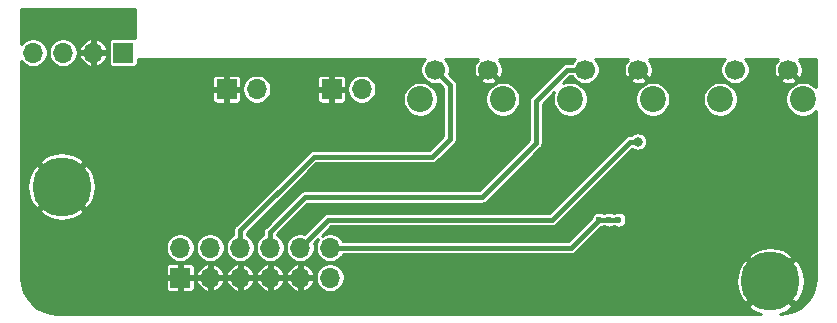
<source format=gbr>
%TF.GenerationSoftware,KiCad,Pcbnew,(5.1.12)-1*%
%TF.CreationDate,2022-03-08T20:47:42+00:00*%
%TF.ProjectId,RGBtoHDMI CDTV v2 - Daughter Board,52474274-6f48-4444-9d49-204344545620,1*%
%TF.SameCoordinates,Original*%
%TF.FileFunction,Copper,L1,Top*%
%TF.FilePolarity,Positive*%
%FSLAX46Y46*%
G04 Gerber Fmt 4.6, Leading zero omitted, Abs format (unit mm)*
G04 Created by KiCad (PCBNEW (5.1.12)-1) date 2022-03-08 20:47:42*
%MOMM*%
%LPD*%
G01*
G04 APERTURE LIST*
%TA.AperFunction,ComponentPad*%
%ADD10O,1.700000X1.700000*%
%TD*%
%TA.AperFunction,ComponentPad*%
%ADD11R,1.700000X1.700000*%
%TD*%
%TA.AperFunction,ComponentPad*%
%ADD12C,1.700000*%
%TD*%
%TA.AperFunction,ComponentPad*%
%ADD13C,2.200000*%
%TD*%
%TA.AperFunction,ComponentPad*%
%ADD14C,0.800000*%
%TD*%
%TA.AperFunction,ComponentPad*%
%ADD15C,5.000000*%
%TD*%
%TA.AperFunction,ViaPad*%
%ADD16C,0.600000*%
%TD*%
%TA.AperFunction,ViaPad*%
%ADD17C,0.800000*%
%TD*%
%TA.AperFunction,Conductor*%
%ADD18C,0.400000*%
%TD*%
%TA.AperFunction,Conductor*%
%ADD19C,0.254000*%
%TD*%
%TA.AperFunction,Conductor*%
%ADD20C,0.100000*%
%TD*%
G04 APERTURE END LIST*
D10*
%TO.P,CN11,12*%
%TO.N,+3V3*%
X102733000Y-80160000D03*
%TO.P,CN11,11*%
%TO.N,+5V*%
X102733000Y-82700000D03*
%TO.P,CN11,10*%
%TO.N,GPIO16*%
X100193000Y-80160000D03*
%TO.P,CN11,9*%
%TO.N,GND*%
X100193000Y-82700000D03*
%TO.P,CN11,8*%
%TO.N,GPIO26*%
X97653000Y-80160000D03*
%TO.P,CN11,7*%
%TO.N,GND*%
X97653000Y-82700000D03*
%TO.P,CN11,6*%
%TO.N,GPIO19*%
X95113000Y-80160000D03*
%TO.P,CN11,5*%
%TO.N,GND*%
X95113000Y-82700000D03*
%TO.P,CN11,4*%
%TO.N,GPIO14*%
X92573000Y-80160000D03*
%TO.P,CN11,3*%
%TO.N,GND*%
X92573000Y-82700000D03*
%TO.P,CN11,2*%
%TO.N,GPIO15*%
X90033000Y-80160000D03*
D11*
%TO.P,CN11,1*%
%TO.N,GND*%
X90033000Y-82700000D03*
%TD*%
D10*
%TO.P,D2,2*%
%TO.N,Net-(D2-Pad2)*%
X96510000Y-66745000D03*
D11*
%TO.P,D2,1*%
%TO.N,GND*%
X93970000Y-66745000D03*
%TD*%
D10*
%TO.P,D1,2*%
%TO.N,Net-(D1-Pad2)*%
X105400000Y-66745000D03*
D11*
%TO.P,D1,1*%
%TO.N,GND*%
X102860000Y-66745000D03*
%TD*%
D10*
%TO.P,SER1,4*%
%TO.N,GPIO15*%
X77587000Y-63650000D03*
%TO.P,SER1,3*%
%TO.N,GPIO14*%
X80127000Y-63650000D03*
%TO.P,SER1,2*%
%TO.N,GND*%
X82667000Y-63650000D03*
D11*
%TO.P,SER1,1*%
%TO.N,+5V*%
X85207000Y-63650000D03*
%TD*%
D12*
%TO.P,BT1,1*%
%TO.N,GND*%
X141510000Y-65094000D03*
%TO.P,BT1,2*%
%TO.N,GPIO16*%
X137010000Y-65094000D03*
D13*
%TO.P,BT1,*%
%TO.N,*%
X142760000Y-67594000D03*
X135760000Y-67594000D03*
%TD*%
D12*
%TO.P,BT2,1*%
%TO.N,GND*%
X128810000Y-65094000D03*
%TO.P,BT2,2*%
%TO.N,GPIO26*%
X124310000Y-65094000D03*
D13*
%TO.P,BT2,*%
%TO.N,*%
X130060000Y-67594000D03*
X123060000Y-67594000D03*
%TD*%
D12*
%TO.P,BT3,1*%
%TO.N,GND*%
X116110000Y-65094000D03*
%TO.P,BT3,2*%
%TO.N,GPIO19*%
X111610000Y-65094000D03*
D13*
%TO.P,BT3,*%
%TO.N,*%
X117360000Y-67594000D03*
X110360000Y-67594000D03*
%TD*%
D14*
%TO.P,H2,1*%
%TO.N,GND*%
X141325825Y-81674175D03*
X140000000Y-81125000D03*
X138674175Y-81674175D03*
X138125000Y-83000000D03*
X138674175Y-84325825D03*
X140000000Y-84875000D03*
X141325825Y-84325825D03*
X141875000Y-83000000D03*
D15*
X140000000Y-83000000D03*
%TD*%
D14*
%TO.P,H1,1*%
%TO.N,GND*%
X81325825Y-73674175D03*
X80000000Y-73125000D03*
X78674175Y-73674175D03*
X78125000Y-75000000D03*
X78674175Y-76325825D03*
X80000000Y-76875000D03*
X81325825Y-76325825D03*
X81875000Y-75000000D03*
D15*
X80000000Y-75000000D03*
%TD*%
D16*
%TO.N,+3V3*%
X127142406Y-77794000D03*
X126329590Y-77794000D03*
X125516800Y-77794000D03*
D17*
%TO.N,GPIO16*%
X128768000Y-71190000D03*
%TD*%
D18*
%TO.N,+3V3*%
X127142406Y-77794000D02*
X126329590Y-77794000D01*
X126329590Y-77794000D02*
X125516800Y-77794000D01*
X102733000Y-80160000D02*
X123150800Y-80160000D01*
X123150800Y-80160000D02*
X125516800Y-77794000D01*
%TO.N,GPIO19*%
X112893000Y-70936000D02*
X112893000Y-66377000D01*
X111369000Y-72460000D02*
X112893000Y-70936000D01*
X101336000Y-72460000D02*
X111369000Y-72460000D01*
X112893000Y-66377000D02*
X111610000Y-65094000D01*
X95113000Y-78683000D02*
X101336000Y-72460000D01*
X95113000Y-80160000D02*
X95113000Y-78683000D01*
%TO.N,GPIO26*%
X122799000Y-65094000D02*
X124310000Y-65094000D01*
X115560000Y-75889000D02*
X120132000Y-71317000D01*
X100574000Y-75889000D02*
X115560000Y-75889000D01*
X120132000Y-67761000D02*
X122799000Y-65094000D01*
X120132000Y-71317000D02*
X120132000Y-67761000D01*
X97653000Y-78810000D02*
X100574000Y-75889000D01*
X97653000Y-80160000D02*
X97653000Y-78810000D01*
%TO.N,GPIO16*%
X128133000Y-71190000D02*
X128768000Y-71190000D01*
X121529000Y-77794000D02*
X128133000Y-71190000D01*
X102559000Y-77794000D02*
X121529000Y-77794000D01*
X100193000Y-80160000D02*
X102559000Y-77794000D01*
%TD*%
D19*
%TO.N,GND*%
X86198001Y-62444628D02*
X86131689Y-62424513D01*
X86057000Y-62417157D01*
X84357000Y-62417157D01*
X84282311Y-62424513D01*
X84210492Y-62446299D01*
X84144304Y-62481678D01*
X84086289Y-62529289D01*
X84038678Y-62587304D01*
X84003299Y-62653492D01*
X83981513Y-62725311D01*
X83974157Y-62800000D01*
X83974157Y-64500000D01*
X83981513Y-64574689D01*
X84003299Y-64646508D01*
X84038678Y-64712696D01*
X84086289Y-64770711D01*
X84144304Y-64818322D01*
X84210492Y-64853701D01*
X84282311Y-64875487D01*
X84357000Y-64882843D01*
X86057000Y-64882843D01*
X86131689Y-64875487D01*
X86203508Y-64853701D01*
X86269696Y-64818322D01*
X86327711Y-64770711D01*
X86375322Y-64712696D01*
X86410701Y-64646508D01*
X86432487Y-64574689D01*
X86439843Y-64500000D01*
X86439843Y-64196615D01*
X86447879Y-64200910D01*
X86524410Y-64224125D01*
X86584059Y-64230000D01*
X86584060Y-64230000D01*
X86604000Y-64231964D01*
X86623941Y-64230000D01*
X110733103Y-64230000D01*
X110653820Y-64309283D01*
X110519102Y-64510903D01*
X110426307Y-64734931D01*
X110379000Y-64972757D01*
X110379000Y-65215243D01*
X110426307Y-65453069D01*
X110519102Y-65677097D01*
X110653820Y-65878717D01*
X110825283Y-66050180D01*
X111026903Y-66184898D01*
X111250931Y-66277693D01*
X111488757Y-66325000D01*
X111731243Y-66325000D01*
X111969069Y-66277693D01*
X111971167Y-66276824D01*
X112312001Y-66617659D01*
X112312000Y-70695342D01*
X111128343Y-71879000D01*
X101364540Y-71879000D01*
X101336000Y-71876189D01*
X101307460Y-71879000D01*
X101222104Y-71887407D01*
X101112585Y-71920629D01*
X101011652Y-71974579D01*
X100923183Y-72047183D01*
X100904990Y-72069352D01*
X94722356Y-78251987D01*
X94700184Y-78270183D01*
X94681991Y-78292352D01*
X94627579Y-78358653D01*
X94573629Y-78459586D01*
X94540407Y-78569105D01*
X94529189Y-78683000D01*
X94532001Y-78711550D01*
X94532001Y-79068233D01*
X94529903Y-79069102D01*
X94328283Y-79203820D01*
X94156820Y-79375283D01*
X94022102Y-79576903D01*
X93929307Y-79800931D01*
X93882000Y-80038757D01*
X93882000Y-80281243D01*
X93929307Y-80519069D01*
X94022102Y-80743097D01*
X94156820Y-80944717D01*
X94328283Y-81116180D01*
X94529903Y-81250898D01*
X94753931Y-81343693D01*
X94991757Y-81391000D01*
X95234243Y-81391000D01*
X95472069Y-81343693D01*
X95696097Y-81250898D01*
X95897717Y-81116180D01*
X96069180Y-80944717D01*
X96203898Y-80743097D01*
X96296693Y-80519069D01*
X96344000Y-80281243D01*
X96344000Y-80038757D01*
X96296693Y-79800931D01*
X96203898Y-79576903D01*
X96069180Y-79375283D01*
X95897717Y-79203820D01*
X95696097Y-79069102D01*
X95694000Y-79068233D01*
X95694000Y-78923657D01*
X101576658Y-73041000D01*
X111340460Y-73041000D01*
X111369000Y-73043811D01*
X111397540Y-73041000D01*
X111482896Y-73032593D01*
X111592415Y-72999371D01*
X111693348Y-72945421D01*
X111781817Y-72872817D01*
X111800017Y-72850640D01*
X113283646Y-71367012D01*
X113305817Y-71348817D01*
X113378421Y-71260348D01*
X113432371Y-71159415D01*
X113465593Y-71049896D01*
X113474000Y-70964540D01*
X113474000Y-70964538D01*
X113476811Y-70936001D01*
X113474000Y-70907464D01*
X113474000Y-67448134D01*
X115879000Y-67448134D01*
X115879000Y-67739866D01*
X115935914Y-68025992D01*
X116047555Y-68295517D01*
X116209632Y-68538083D01*
X116415917Y-68744368D01*
X116658483Y-68906445D01*
X116928008Y-69018086D01*
X117214134Y-69075000D01*
X117505866Y-69075000D01*
X117791992Y-69018086D01*
X118061517Y-68906445D01*
X118304083Y-68744368D01*
X118510368Y-68538083D01*
X118672445Y-68295517D01*
X118784086Y-68025992D01*
X118841000Y-67739866D01*
X118841000Y-67448134D01*
X118784086Y-67162008D01*
X118672445Y-66892483D01*
X118510368Y-66649917D01*
X118304083Y-66443632D01*
X118061517Y-66281555D01*
X117791992Y-66169914D01*
X117505866Y-66113000D01*
X117214134Y-66113000D01*
X116928008Y-66169914D01*
X116658483Y-66281555D01*
X116415917Y-66443632D01*
X116209632Y-66649917D01*
X116047555Y-66892483D01*
X115935914Y-67162008D01*
X115879000Y-67448134D01*
X113474000Y-67448134D01*
X113474000Y-66405539D01*
X113476811Y-66376999D01*
X113465593Y-66263104D01*
X113432371Y-66153585D01*
X113378421Y-66052652D01*
X113376392Y-66050180D01*
X113323804Y-65986100D01*
X115397505Y-65986100D01*
X115489523Y-66164078D01*
X115710207Y-66264566D01*
X115946255Y-66320069D01*
X116188596Y-66328456D01*
X116427917Y-66289402D01*
X116655020Y-66204411D01*
X116730477Y-66164078D01*
X116822495Y-65986100D01*
X116110000Y-65273605D01*
X115397505Y-65986100D01*
X113323804Y-65986100D01*
X113305817Y-65964183D01*
X113283645Y-65945987D01*
X112792824Y-65455167D01*
X112793693Y-65453069D01*
X112841000Y-65215243D01*
X112841000Y-64972757D01*
X112793693Y-64734931D01*
X112700898Y-64510903D01*
X112566180Y-64309283D01*
X112486897Y-64230000D01*
X115225548Y-64230000D01*
X115145970Y-64309578D01*
X115217898Y-64381506D01*
X115039922Y-64473523D01*
X114939434Y-64694207D01*
X114883931Y-64930255D01*
X114875544Y-65172596D01*
X114914598Y-65411917D01*
X114999589Y-65639020D01*
X115039922Y-65714477D01*
X115217900Y-65806495D01*
X115930395Y-65094000D01*
X115916253Y-65079858D01*
X116095858Y-64900253D01*
X116110000Y-64914395D01*
X116124143Y-64900253D01*
X116303748Y-65079858D01*
X116289605Y-65094000D01*
X117002100Y-65806495D01*
X117180078Y-65714477D01*
X117280566Y-65493793D01*
X117336069Y-65257745D01*
X117344456Y-65015404D01*
X117305402Y-64776083D01*
X117220411Y-64548980D01*
X117180078Y-64473523D01*
X117002102Y-64381506D01*
X117074030Y-64309578D01*
X116994452Y-64230000D01*
X123433103Y-64230000D01*
X123353820Y-64309283D01*
X123219102Y-64510903D01*
X123218233Y-64513000D01*
X122827540Y-64513000D01*
X122799000Y-64510189D01*
X122770460Y-64513000D01*
X122685104Y-64521407D01*
X122575585Y-64554629D01*
X122474652Y-64608579D01*
X122386183Y-64681183D01*
X122367987Y-64703355D01*
X119741356Y-67329987D01*
X119719184Y-67348183D01*
X119700991Y-67370352D01*
X119646579Y-67436653D01*
X119592629Y-67537586D01*
X119559407Y-67647105D01*
X119548189Y-67761000D01*
X119551001Y-67789550D01*
X119551000Y-71076342D01*
X115319343Y-75308000D01*
X100602540Y-75308000D01*
X100574000Y-75305189D01*
X100545460Y-75308000D01*
X100460104Y-75316407D01*
X100350585Y-75349629D01*
X100249652Y-75403579D01*
X100161183Y-75476183D01*
X100142990Y-75498352D01*
X97262356Y-78378987D01*
X97240184Y-78397183D01*
X97188972Y-78459586D01*
X97167579Y-78485653D01*
X97113629Y-78586586D01*
X97080407Y-78696105D01*
X97069189Y-78810000D01*
X97072001Y-78838549D01*
X97072001Y-79068233D01*
X97069903Y-79069102D01*
X96868283Y-79203820D01*
X96696820Y-79375283D01*
X96562102Y-79576903D01*
X96469307Y-79800931D01*
X96422000Y-80038757D01*
X96422000Y-80281243D01*
X96469307Y-80519069D01*
X96562102Y-80743097D01*
X96696820Y-80944717D01*
X96868283Y-81116180D01*
X97069903Y-81250898D01*
X97293931Y-81343693D01*
X97531757Y-81391000D01*
X97774243Y-81391000D01*
X98012069Y-81343693D01*
X98236097Y-81250898D01*
X98437717Y-81116180D01*
X98609180Y-80944717D01*
X98743898Y-80743097D01*
X98836693Y-80519069D01*
X98884000Y-80281243D01*
X98884000Y-80038757D01*
X98962000Y-80038757D01*
X98962000Y-80281243D01*
X99009307Y-80519069D01*
X99102102Y-80743097D01*
X99236820Y-80944717D01*
X99408283Y-81116180D01*
X99609903Y-81250898D01*
X99833931Y-81343693D01*
X100071757Y-81391000D01*
X100314243Y-81391000D01*
X100552069Y-81343693D01*
X100776097Y-81250898D01*
X100977717Y-81116180D01*
X101149180Y-80944717D01*
X101283898Y-80743097D01*
X101376693Y-80519069D01*
X101424000Y-80281243D01*
X101424000Y-80038757D01*
X101376693Y-79800931D01*
X101375824Y-79798833D01*
X101731403Y-79443255D01*
X101642102Y-79576903D01*
X101549307Y-79800931D01*
X101502000Y-80038757D01*
X101502000Y-80281243D01*
X101549307Y-80519069D01*
X101642102Y-80743097D01*
X101776820Y-80944717D01*
X101948283Y-81116180D01*
X102149903Y-81250898D01*
X102373931Y-81343693D01*
X102611757Y-81391000D01*
X102854243Y-81391000D01*
X103092069Y-81343693D01*
X103316097Y-81250898D01*
X103517717Y-81116180D01*
X103689180Y-80944717D01*
X103697305Y-80932556D01*
X138112161Y-80932556D01*
X140000000Y-82820395D01*
X141887839Y-80932556D01*
X141597220Y-80585550D01*
X141095494Y-80320341D01*
X140551668Y-80158110D01*
X139986643Y-80105091D01*
X139422131Y-80163322D01*
X138879826Y-80330565D01*
X138402780Y-80585550D01*
X138112161Y-80932556D01*
X103697305Y-80932556D01*
X103823898Y-80743097D01*
X103824767Y-80741000D01*
X123122260Y-80741000D01*
X123150800Y-80743811D01*
X123179340Y-80741000D01*
X123264696Y-80732593D01*
X123374215Y-80699371D01*
X123475148Y-80645421D01*
X123563617Y-80572817D01*
X123581817Y-80550640D01*
X125675730Y-78456728D01*
X125715440Y-78448829D01*
X125839374Y-78397494D01*
X125873039Y-78375000D01*
X125973351Y-78375000D01*
X126007016Y-78397494D01*
X126130950Y-78448829D01*
X126262517Y-78475000D01*
X126396663Y-78475000D01*
X126528230Y-78448829D01*
X126652164Y-78397494D01*
X126685829Y-78375000D01*
X126786167Y-78375000D01*
X126819832Y-78397494D01*
X126943766Y-78448829D01*
X127075333Y-78475000D01*
X127209479Y-78475000D01*
X127341046Y-78448829D01*
X127464980Y-78397494D01*
X127576518Y-78322967D01*
X127671373Y-78228112D01*
X127745900Y-78116574D01*
X127797235Y-77992640D01*
X127823406Y-77861073D01*
X127823406Y-77726927D01*
X127797235Y-77595360D01*
X127745900Y-77471426D01*
X127671373Y-77359888D01*
X127576518Y-77265033D01*
X127464980Y-77190506D01*
X127341046Y-77139171D01*
X127209479Y-77113000D01*
X127075333Y-77113000D01*
X126943766Y-77139171D01*
X126819832Y-77190506D01*
X126786167Y-77213000D01*
X126685829Y-77213000D01*
X126652164Y-77190506D01*
X126528230Y-77139171D01*
X126396663Y-77113000D01*
X126262517Y-77113000D01*
X126130950Y-77139171D01*
X126007016Y-77190506D01*
X125973351Y-77213000D01*
X125873039Y-77213000D01*
X125839374Y-77190506D01*
X125715440Y-77139171D01*
X125583873Y-77113000D01*
X125449727Y-77113000D01*
X125318160Y-77139171D01*
X125194226Y-77190506D01*
X125082688Y-77265033D01*
X124987833Y-77359888D01*
X124913306Y-77471426D01*
X124861971Y-77595360D01*
X124854072Y-77635070D01*
X122910143Y-79579000D01*
X103824767Y-79579000D01*
X103823898Y-79576903D01*
X103689180Y-79375283D01*
X103517717Y-79203820D01*
X103316097Y-79069102D01*
X103092069Y-78976307D01*
X102854243Y-78929000D01*
X102611757Y-78929000D01*
X102373931Y-78976307D01*
X102149903Y-79069102D01*
X102016255Y-79158403D01*
X102799658Y-78375000D01*
X121500460Y-78375000D01*
X121529000Y-78377811D01*
X121557540Y-78375000D01*
X121642896Y-78366593D01*
X121752415Y-78333371D01*
X121853348Y-78279421D01*
X121941817Y-78206817D01*
X121960017Y-78184640D01*
X128316824Y-71827834D01*
X128398058Y-71882113D01*
X128540191Y-71940987D01*
X128691078Y-71971000D01*
X128844922Y-71971000D01*
X128995809Y-71940987D01*
X129137942Y-71882113D01*
X129265859Y-71796642D01*
X129374642Y-71687859D01*
X129460113Y-71559942D01*
X129518987Y-71417809D01*
X129549000Y-71266922D01*
X129549000Y-71113078D01*
X129518987Y-70962191D01*
X129460113Y-70820058D01*
X129374642Y-70692141D01*
X129265859Y-70583358D01*
X129137942Y-70497887D01*
X128995809Y-70439013D01*
X128844922Y-70409000D01*
X128691078Y-70409000D01*
X128540191Y-70439013D01*
X128398058Y-70497887D01*
X128270141Y-70583358D01*
X128244499Y-70609000D01*
X128161536Y-70609000D01*
X128132999Y-70606189D01*
X128104462Y-70609000D01*
X128104460Y-70609000D01*
X128019104Y-70617407D01*
X127909585Y-70650629D01*
X127808652Y-70704579D01*
X127720183Y-70777183D01*
X127701987Y-70799355D01*
X121288343Y-77213000D01*
X102587536Y-77213000D01*
X102558999Y-77210189D01*
X102530462Y-77213000D01*
X102530460Y-77213000D01*
X102445104Y-77221407D01*
X102335585Y-77254629D01*
X102234652Y-77308579D01*
X102146183Y-77381183D01*
X102127990Y-77403352D01*
X100554167Y-78977176D01*
X100552069Y-78976307D01*
X100314243Y-78929000D01*
X100071757Y-78929000D01*
X99833931Y-78976307D01*
X99609903Y-79069102D01*
X99408283Y-79203820D01*
X99236820Y-79375283D01*
X99102102Y-79576903D01*
X99009307Y-79800931D01*
X98962000Y-80038757D01*
X98884000Y-80038757D01*
X98836693Y-79800931D01*
X98743898Y-79576903D01*
X98609180Y-79375283D01*
X98437717Y-79203820D01*
X98236097Y-79069102D01*
X98234000Y-79068233D01*
X98234000Y-79050657D01*
X100814658Y-76470000D01*
X115531460Y-76470000D01*
X115560000Y-76472811D01*
X115588540Y-76470000D01*
X115673896Y-76461593D01*
X115783415Y-76428371D01*
X115884348Y-76374421D01*
X115972817Y-76301817D01*
X115991017Y-76279640D01*
X120522646Y-71748012D01*
X120544817Y-71729817D01*
X120617421Y-71641348D01*
X120671371Y-71540415D01*
X120704593Y-71430896D01*
X120713000Y-71345540D01*
X120713000Y-71345538D01*
X120715811Y-71317001D01*
X120713000Y-71288464D01*
X120713000Y-68001657D01*
X121694791Y-67019866D01*
X121635914Y-67162008D01*
X121579000Y-67448134D01*
X121579000Y-67739866D01*
X121635914Y-68025992D01*
X121747555Y-68295517D01*
X121909632Y-68538083D01*
X122115917Y-68744368D01*
X122358483Y-68906445D01*
X122628008Y-69018086D01*
X122914134Y-69075000D01*
X123205866Y-69075000D01*
X123491992Y-69018086D01*
X123761517Y-68906445D01*
X124004083Y-68744368D01*
X124210368Y-68538083D01*
X124372445Y-68295517D01*
X124484086Y-68025992D01*
X124541000Y-67739866D01*
X124541000Y-67448134D01*
X128579000Y-67448134D01*
X128579000Y-67739866D01*
X128635914Y-68025992D01*
X128747555Y-68295517D01*
X128909632Y-68538083D01*
X129115917Y-68744368D01*
X129358483Y-68906445D01*
X129628008Y-69018086D01*
X129914134Y-69075000D01*
X130205866Y-69075000D01*
X130491992Y-69018086D01*
X130761517Y-68906445D01*
X131004083Y-68744368D01*
X131210368Y-68538083D01*
X131372445Y-68295517D01*
X131484086Y-68025992D01*
X131541000Y-67739866D01*
X131541000Y-67448134D01*
X134279000Y-67448134D01*
X134279000Y-67739866D01*
X134335914Y-68025992D01*
X134447555Y-68295517D01*
X134609632Y-68538083D01*
X134815917Y-68744368D01*
X135058483Y-68906445D01*
X135328008Y-69018086D01*
X135614134Y-69075000D01*
X135905866Y-69075000D01*
X136191992Y-69018086D01*
X136461517Y-68906445D01*
X136704083Y-68744368D01*
X136910368Y-68538083D01*
X137072445Y-68295517D01*
X137184086Y-68025992D01*
X137241000Y-67739866D01*
X137241000Y-67448134D01*
X137184086Y-67162008D01*
X137072445Y-66892483D01*
X136910368Y-66649917D01*
X136704083Y-66443632D01*
X136461517Y-66281555D01*
X136191992Y-66169914D01*
X135905866Y-66113000D01*
X135614134Y-66113000D01*
X135328008Y-66169914D01*
X135058483Y-66281555D01*
X134815917Y-66443632D01*
X134609632Y-66649917D01*
X134447555Y-66892483D01*
X134335914Y-67162008D01*
X134279000Y-67448134D01*
X131541000Y-67448134D01*
X131484086Y-67162008D01*
X131372445Y-66892483D01*
X131210368Y-66649917D01*
X131004083Y-66443632D01*
X130761517Y-66281555D01*
X130491992Y-66169914D01*
X130205866Y-66113000D01*
X129914134Y-66113000D01*
X129628008Y-66169914D01*
X129358483Y-66281555D01*
X129115917Y-66443632D01*
X128909632Y-66649917D01*
X128747555Y-66892483D01*
X128635914Y-67162008D01*
X128579000Y-67448134D01*
X124541000Y-67448134D01*
X124484086Y-67162008D01*
X124372445Y-66892483D01*
X124210368Y-66649917D01*
X124004083Y-66443632D01*
X123761517Y-66281555D01*
X123491992Y-66169914D01*
X123205866Y-66113000D01*
X122914134Y-66113000D01*
X122628008Y-66169914D01*
X122485867Y-66228791D01*
X123039658Y-65675000D01*
X123218233Y-65675000D01*
X123219102Y-65677097D01*
X123353820Y-65878717D01*
X123525283Y-66050180D01*
X123726903Y-66184898D01*
X123950931Y-66277693D01*
X124188757Y-66325000D01*
X124431243Y-66325000D01*
X124669069Y-66277693D01*
X124893097Y-66184898D01*
X125094717Y-66050180D01*
X125158797Y-65986100D01*
X128097505Y-65986100D01*
X128189523Y-66164078D01*
X128410207Y-66264566D01*
X128646255Y-66320069D01*
X128888596Y-66328456D01*
X129127917Y-66289402D01*
X129355020Y-66204411D01*
X129430477Y-66164078D01*
X129522495Y-65986100D01*
X128810000Y-65273605D01*
X128097505Y-65986100D01*
X125158797Y-65986100D01*
X125266180Y-65878717D01*
X125400898Y-65677097D01*
X125493693Y-65453069D01*
X125541000Y-65215243D01*
X125541000Y-64972757D01*
X125493693Y-64734931D01*
X125400898Y-64510903D01*
X125266180Y-64309283D01*
X125186897Y-64230000D01*
X127925548Y-64230000D01*
X127845970Y-64309578D01*
X127917898Y-64381506D01*
X127739922Y-64473523D01*
X127639434Y-64694207D01*
X127583931Y-64930255D01*
X127575544Y-65172596D01*
X127614598Y-65411917D01*
X127699589Y-65639020D01*
X127739922Y-65714477D01*
X127917900Y-65806495D01*
X128630395Y-65094000D01*
X128616253Y-65079858D01*
X128795858Y-64900253D01*
X128810000Y-64914395D01*
X128824143Y-64900253D01*
X129003748Y-65079858D01*
X128989605Y-65094000D01*
X129702100Y-65806495D01*
X129880078Y-65714477D01*
X129980566Y-65493793D01*
X130036069Y-65257745D01*
X130044456Y-65015404D01*
X130005402Y-64776083D01*
X129920411Y-64548980D01*
X129880078Y-64473523D01*
X129702102Y-64381506D01*
X129774030Y-64309578D01*
X129694452Y-64230000D01*
X136133103Y-64230000D01*
X136053820Y-64309283D01*
X135919102Y-64510903D01*
X135826307Y-64734931D01*
X135779000Y-64972757D01*
X135779000Y-65215243D01*
X135826307Y-65453069D01*
X135919102Y-65677097D01*
X136053820Y-65878717D01*
X136225283Y-66050180D01*
X136426903Y-66184898D01*
X136650931Y-66277693D01*
X136888757Y-66325000D01*
X137131243Y-66325000D01*
X137369069Y-66277693D01*
X137593097Y-66184898D01*
X137794717Y-66050180D01*
X137858797Y-65986100D01*
X140797505Y-65986100D01*
X140889523Y-66164078D01*
X141110207Y-66264566D01*
X141346255Y-66320069D01*
X141588596Y-66328456D01*
X141827917Y-66289402D01*
X142055020Y-66204411D01*
X142130477Y-66164078D01*
X142222495Y-65986100D01*
X141510000Y-65273605D01*
X140797505Y-65986100D01*
X137858797Y-65986100D01*
X137966180Y-65878717D01*
X138100898Y-65677097D01*
X138193693Y-65453069D01*
X138241000Y-65215243D01*
X138241000Y-64972757D01*
X138193693Y-64734931D01*
X138100898Y-64510903D01*
X137966180Y-64309283D01*
X137886897Y-64230000D01*
X140625548Y-64230000D01*
X140545970Y-64309578D01*
X140617898Y-64381506D01*
X140439922Y-64473523D01*
X140339434Y-64694207D01*
X140283931Y-64930255D01*
X140275544Y-65172596D01*
X140314598Y-65411917D01*
X140399589Y-65639020D01*
X140439922Y-65714477D01*
X140617900Y-65806495D01*
X141330395Y-65094000D01*
X141316253Y-65079858D01*
X141495858Y-64900253D01*
X141510000Y-64914395D01*
X141524143Y-64900253D01*
X141703748Y-65079858D01*
X141689605Y-65094000D01*
X142402100Y-65806495D01*
X142580078Y-65714477D01*
X142680566Y-65493793D01*
X142736069Y-65257745D01*
X142744456Y-65015404D01*
X142705402Y-64776083D01*
X142620411Y-64548980D01*
X142580078Y-64473523D01*
X142402102Y-64381506D01*
X142474030Y-64309578D01*
X142394452Y-64230000D01*
X143856000Y-64230000D01*
X143856000Y-66595549D01*
X143704083Y-66443632D01*
X143461517Y-66281555D01*
X143191992Y-66169914D01*
X142905866Y-66113000D01*
X142614134Y-66113000D01*
X142328008Y-66169914D01*
X142058483Y-66281555D01*
X141815917Y-66443632D01*
X141609632Y-66649917D01*
X141447555Y-66892483D01*
X141335914Y-67162008D01*
X141279000Y-67448134D01*
X141279000Y-67739866D01*
X141335914Y-68025992D01*
X141447555Y-68295517D01*
X141609632Y-68538083D01*
X141815917Y-68744368D01*
X142058483Y-68906445D01*
X142328008Y-69018086D01*
X142614134Y-69075000D01*
X142905866Y-69075000D01*
X143191992Y-69018086D01*
X143461517Y-68906445D01*
X143704083Y-68744368D01*
X143856000Y-68592451D01*
X143856001Y-82727136D01*
X143796518Y-83333790D01*
X143626102Y-83898235D01*
X143349298Y-84418827D01*
X142976653Y-84875735D01*
X142522349Y-85251568D01*
X142003704Y-85531998D01*
X141440467Y-85706349D01*
X140834956Y-85769990D01*
X140832145Y-85770000D01*
X140794080Y-85770000D01*
X141120174Y-85669435D01*
X141597220Y-85414450D01*
X141887839Y-85067444D01*
X140000000Y-83179605D01*
X138112161Y-85067444D01*
X138402780Y-85414450D01*
X138904506Y-85679659D01*
X139207344Y-85770000D01*
X79638854Y-85770000D01*
X79032210Y-85710518D01*
X78467765Y-85540102D01*
X77947173Y-85263298D01*
X77490265Y-84890653D01*
X77114432Y-84436349D01*
X76834002Y-83917704D01*
X76720179Y-83550000D01*
X88800157Y-83550000D01*
X88807513Y-83624689D01*
X88829299Y-83696508D01*
X88864678Y-83762696D01*
X88912289Y-83820711D01*
X88970304Y-83868322D01*
X89036492Y-83903701D01*
X89108311Y-83925487D01*
X89183000Y-83932843D01*
X89810750Y-83931000D01*
X89906000Y-83835750D01*
X89906000Y-82827000D01*
X90160000Y-82827000D01*
X90160000Y-83835750D01*
X90255250Y-83931000D01*
X90883000Y-83932843D01*
X90957689Y-83925487D01*
X91029508Y-83903701D01*
X91095696Y-83868322D01*
X91153711Y-83820711D01*
X91201322Y-83762696D01*
X91236701Y-83696508D01*
X91258487Y-83624689D01*
X91265843Y-83550000D01*
X91264279Y-83016981D01*
X91383505Y-83016981D01*
X91468201Y-83242949D01*
X91595353Y-83448052D01*
X91760076Y-83624408D01*
X91956039Y-83765239D01*
X92175712Y-83865134D01*
X92256020Y-83889489D01*
X92446000Y-83828627D01*
X92446000Y-82827000D01*
X92700000Y-82827000D01*
X92700000Y-83828627D01*
X92889980Y-83889489D01*
X92970288Y-83865134D01*
X93189961Y-83765239D01*
X93385924Y-83624408D01*
X93550647Y-83448052D01*
X93677799Y-83242949D01*
X93762495Y-83016981D01*
X93923505Y-83016981D01*
X94008201Y-83242949D01*
X94135353Y-83448052D01*
X94300076Y-83624408D01*
X94496039Y-83765239D01*
X94715712Y-83865134D01*
X94796020Y-83889489D01*
X94986000Y-83828627D01*
X94986000Y-82827000D01*
X95240000Y-82827000D01*
X95240000Y-83828627D01*
X95429980Y-83889489D01*
X95510288Y-83865134D01*
X95729961Y-83765239D01*
X95925924Y-83624408D01*
X96090647Y-83448052D01*
X96217799Y-83242949D01*
X96302495Y-83016981D01*
X96463505Y-83016981D01*
X96548201Y-83242949D01*
X96675353Y-83448052D01*
X96840076Y-83624408D01*
X97036039Y-83765239D01*
X97255712Y-83865134D01*
X97336020Y-83889489D01*
X97526000Y-83828627D01*
X97526000Y-82827000D01*
X97780000Y-82827000D01*
X97780000Y-83828627D01*
X97969980Y-83889489D01*
X98050288Y-83865134D01*
X98269961Y-83765239D01*
X98465924Y-83624408D01*
X98630647Y-83448052D01*
X98757799Y-83242949D01*
X98842495Y-83016981D01*
X99003505Y-83016981D01*
X99088201Y-83242949D01*
X99215353Y-83448052D01*
X99380076Y-83624408D01*
X99576039Y-83765239D01*
X99795712Y-83865134D01*
X99876020Y-83889489D01*
X100066000Y-83828627D01*
X100066000Y-82827000D01*
X100320000Y-82827000D01*
X100320000Y-83828627D01*
X100509980Y-83889489D01*
X100590288Y-83865134D01*
X100809961Y-83765239D01*
X101005924Y-83624408D01*
X101170647Y-83448052D01*
X101297799Y-83242949D01*
X101382495Y-83016981D01*
X101322187Y-82827000D01*
X100320000Y-82827000D01*
X100066000Y-82827000D01*
X99063813Y-82827000D01*
X99003505Y-83016981D01*
X98842495Y-83016981D01*
X98782187Y-82827000D01*
X97780000Y-82827000D01*
X97526000Y-82827000D01*
X96523813Y-82827000D01*
X96463505Y-83016981D01*
X96302495Y-83016981D01*
X96242187Y-82827000D01*
X95240000Y-82827000D01*
X94986000Y-82827000D01*
X93983813Y-82827000D01*
X93923505Y-83016981D01*
X93762495Y-83016981D01*
X93702187Y-82827000D01*
X92700000Y-82827000D01*
X92446000Y-82827000D01*
X91443813Y-82827000D01*
X91383505Y-83016981D01*
X91264279Y-83016981D01*
X91264000Y-82922250D01*
X91168750Y-82827000D01*
X90160000Y-82827000D01*
X89906000Y-82827000D01*
X88897250Y-82827000D01*
X88802000Y-82922250D01*
X88800157Y-83550000D01*
X76720179Y-83550000D01*
X76659651Y-83354467D01*
X76596010Y-82748956D01*
X76596000Y-82746145D01*
X76596000Y-82578757D01*
X101502000Y-82578757D01*
X101502000Y-82821243D01*
X101549307Y-83059069D01*
X101642102Y-83283097D01*
X101776820Y-83484717D01*
X101948283Y-83656180D01*
X102149903Y-83790898D01*
X102373931Y-83883693D01*
X102611757Y-83931000D01*
X102854243Y-83931000D01*
X103092069Y-83883693D01*
X103316097Y-83790898D01*
X103517717Y-83656180D01*
X103689180Y-83484717D01*
X103823898Y-83283097D01*
X103916693Y-83059069D01*
X103925785Y-83013357D01*
X137105091Y-83013357D01*
X137163322Y-83577869D01*
X137330565Y-84120174D01*
X137585550Y-84597220D01*
X137932556Y-84887839D01*
X139820395Y-83000000D01*
X140179605Y-83000000D01*
X142067444Y-84887839D01*
X142414450Y-84597220D01*
X142679659Y-84095494D01*
X142841890Y-83551668D01*
X142894909Y-82986643D01*
X142836678Y-82422131D01*
X142669435Y-81879826D01*
X142414450Y-81402780D01*
X142067444Y-81112161D01*
X140179605Y-83000000D01*
X139820395Y-83000000D01*
X137932556Y-81112161D01*
X137585550Y-81402780D01*
X137320341Y-81904506D01*
X137158110Y-82448332D01*
X137105091Y-83013357D01*
X103925785Y-83013357D01*
X103964000Y-82821243D01*
X103964000Y-82578757D01*
X103916693Y-82340931D01*
X103823898Y-82116903D01*
X103689180Y-81915283D01*
X103517717Y-81743820D01*
X103316097Y-81609102D01*
X103092069Y-81516307D01*
X102854243Y-81469000D01*
X102611757Y-81469000D01*
X102373931Y-81516307D01*
X102149903Y-81609102D01*
X101948283Y-81743820D01*
X101776820Y-81915283D01*
X101642102Y-82116903D01*
X101549307Y-82340931D01*
X101502000Y-82578757D01*
X76596000Y-82578757D01*
X76596000Y-81850000D01*
X88800157Y-81850000D01*
X88802000Y-82477750D01*
X88897250Y-82573000D01*
X89906000Y-82573000D01*
X89906000Y-81564250D01*
X90160000Y-81564250D01*
X90160000Y-82573000D01*
X91168750Y-82573000D01*
X91264000Y-82477750D01*
X91264278Y-82383019D01*
X91383505Y-82383019D01*
X91443813Y-82573000D01*
X92446000Y-82573000D01*
X92446000Y-81571373D01*
X92700000Y-81571373D01*
X92700000Y-82573000D01*
X93702187Y-82573000D01*
X93762495Y-82383019D01*
X93923505Y-82383019D01*
X93983813Y-82573000D01*
X94986000Y-82573000D01*
X94986000Y-81571373D01*
X95240000Y-81571373D01*
X95240000Y-82573000D01*
X96242187Y-82573000D01*
X96302495Y-82383019D01*
X96463505Y-82383019D01*
X96523813Y-82573000D01*
X97526000Y-82573000D01*
X97526000Y-81571373D01*
X97780000Y-81571373D01*
X97780000Y-82573000D01*
X98782187Y-82573000D01*
X98842495Y-82383019D01*
X99003505Y-82383019D01*
X99063813Y-82573000D01*
X100066000Y-82573000D01*
X100066000Y-81571373D01*
X100320000Y-81571373D01*
X100320000Y-82573000D01*
X101322187Y-82573000D01*
X101382495Y-82383019D01*
X101297799Y-82157051D01*
X101170647Y-81951948D01*
X101005924Y-81775592D01*
X100809961Y-81634761D01*
X100590288Y-81534866D01*
X100509980Y-81510511D01*
X100320000Y-81571373D01*
X100066000Y-81571373D01*
X99876020Y-81510511D01*
X99795712Y-81534866D01*
X99576039Y-81634761D01*
X99380076Y-81775592D01*
X99215353Y-81951948D01*
X99088201Y-82157051D01*
X99003505Y-82383019D01*
X98842495Y-82383019D01*
X98757799Y-82157051D01*
X98630647Y-81951948D01*
X98465924Y-81775592D01*
X98269961Y-81634761D01*
X98050288Y-81534866D01*
X97969980Y-81510511D01*
X97780000Y-81571373D01*
X97526000Y-81571373D01*
X97336020Y-81510511D01*
X97255712Y-81534866D01*
X97036039Y-81634761D01*
X96840076Y-81775592D01*
X96675353Y-81951948D01*
X96548201Y-82157051D01*
X96463505Y-82383019D01*
X96302495Y-82383019D01*
X96217799Y-82157051D01*
X96090647Y-81951948D01*
X95925924Y-81775592D01*
X95729961Y-81634761D01*
X95510288Y-81534866D01*
X95429980Y-81510511D01*
X95240000Y-81571373D01*
X94986000Y-81571373D01*
X94796020Y-81510511D01*
X94715712Y-81534866D01*
X94496039Y-81634761D01*
X94300076Y-81775592D01*
X94135353Y-81951948D01*
X94008201Y-82157051D01*
X93923505Y-82383019D01*
X93762495Y-82383019D01*
X93677799Y-82157051D01*
X93550647Y-81951948D01*
X93385924Y-81775592D01*
X93189961Y-81634761D01*
X92970288Y-81534866D01*
X92889980Y-81510511D01*
X92700000Y-81571373D01*
X92446000Y-81571373D01*
X92256020Y-81510511D01*
X92175712Y-81534866D01*
X91956039Y-81634761D01*
X91760076Y-81775592D01*
X91595353Y-81951948D01*
X91468201Y-82157051D01*
X91383505Y-82383019D01*
X91264278Y-82383019D01*
X91265843Y-81850000D01*
X91258487Y-81775311D01*
X91236701Y-81703492D01*
X91201322Y-81637304D01*
X91153711Y-81579289D01*
X91095696Y-81531678D01*
X91029508Y-81496299D01*
X90957689Y-81474513D01*
X90883000Y-81467157D01*
X90255250Y-81469000D01*
X90160000Y-81564250D01*
X89906000Y-81564250D01*
X89810750Y-81469000D01*
X89183000Y-81467157D01*
X89108311Y-81474513D01*
X89036492Y-81496299D01*
X88970304Y-81531678D01*
X88912289Y-81579289D01*
X88864678Y-81637304D01*
X88829299Y-81703492D01*
X88807513Y-81775311D01*
X88800157Y-81850000D01*
X76596000Y-81850000D01*
X76596000Y-80038757D01*
X88802000Y-80038757D01*
X88802000Y-80281243D01*
X88849307Y-80519069D01*
X88942102Y-80743097D01*
X89076820Y-80944717D01*
X89248283Y-81116180D01*
X89449903Y-81250898D01*
X89673931Y-81343693D01*
X89911757Y-81391000D01*
X90154243Y-81391000D01*
X90392069Y-81343693D01*
X90616097Y-81250898D01*
X90817717Y-81116180D01*
X90989180Y-80944717D01*
X91123898Y-80743097D01*
X91216693Y-80519069D01*
X91264000Y-80281243D01*
X91264000Y-80038757D01*
X91342000Y-80038757D01*
X91342000Y-80281243D01*
X91389307Y-80519069D01*
X91482102Y-80743097D01*
X91616820Y-80944717D01*
X91788283Y-81116180D01*
X91989903Y-81250898D01*
X92213931Y-81343693D01*
X92451757Y-81391000D01*
X92694243Y-81391000D01*
X92932069Y-81343693D01*
X93156097Y-81250898D01*
X93357717Y-81116180D01*
X93529180Y-80944717D01*
X93663898Y-80743097D01*
X93756693Y-80519069D01*
X93804000Y-80281243D01*
X93804000Y-80038757D01*
X93756693Y-79800931D01*
X93663898Y-79576903D01*
X93529180Y-79375283D01*
X93357717Y-79203820D01*
X93156097Y-79069102D01*
X92932069Y-78976307D01*
X92694243Y-78929000D01*
X92451757Y-78929000D01*
X92213931Y-78976307D01*
X91989903Y-79069102D01*
X91788283Y-79203820D01*
X91616820Y-79375283D01*
X91482102Y-79576903D01*
X91389307Y-79800931D01*
X91342000Y-80038757D01*
X91264000Y-80038757D01*
X91216693Y-79800931D01*
X91123898Y-79576903D01*
X90989180Y-79375283D01*
X90817717Y-79203820D01*
X90616097Y-79069102D01*
X90392069Y-78976307D01*
X90154243Y-78929000D01*
X89911757Y-78929000D01*
X89673931Y-78976307D01*
X89449903Y-79069102D01*
X89248283Y-79203820D01*
X89076820Y-79375283D01*
X88942102Y-79576903D01*
X88849307Y-79800931D01*
X88802000Y-80038757D01*
X76596000Y-80038757D01*
X76596000Y-77067444D01*
X78112161Y-77067444D01*
X78402780Y-77414450D01*
X78904506Y-77679659D01*
X79448332Y-77841890D01*
X80013357Y-77894909D01*
X80577869Y-77836678D01*
X81120174Y-77669435D01*
X81597220Y-77414450D01*
X81887839Y-77067444D01*
X80000000Y-75179605D01*
X78112161Y-77067444D01*
X76596000Y-77067444D01*
X76596000Y-75013357D01*
X77105091Y-75013357D01*
X77163322Y-75577869D01*
X77330565Y-76120174D01*
X77585550Y-76597220D01*
X77932556Y-76887839D01*
X79820395Y-75000000D01*
X80179605Y-75000000D01*
X82067444Y-76887839D01*
X82414450Y-76597220D01*
X82679659Y-76095494D01*
X82841890Y-75551668D01*
X82894909Y-74986643D01*
X82836678Y-74422131D01*
X82669435Y-73879826D01*
X82414450Y-73402780D01*
X82067444Y-73112161D01*
X80179605Y-75000000D01*
X79820395Y-75000000D01*
X77932556Y-73112161D01*
X77585550Y-73402780D01*
X77320341Y-73904506D01*
X77158110Y-74448332D01*
X77105091Y-75013357D01*
X76596000Y-75013357D01*
X76596000Y-72932556D01*
X78112161Y-72932556D01*
X80000000Y-74820395D01*
X81887839Y-72932556D01*
X81597220Y-72585550D01*
X81095494Y-72320341D01*
X80551668Y-72158110D01*
X79986643Y-72105091D01*
X79422131Y-72163322D01*
X78879826Y-72330565D01*
X78402780Y-72585550D01*
X78112161Y-72932556D01*
X76596000Y-72932556D01*
X76596000Y-67595000D01*
X92737157Y-67595000D01*
X92744513Y-67669689D01*
X92766299Y-67741508D01*
X92801678Y-67807696D01*
X92849289Y-67865711D01*
X92907304Y-67913322D01*
X92973492Y-67948701D01*
X93045311Y-67970487D01*
X93120000Y-67977843D01*
X93747750Y-67976000D01*
X93843000Y-67880750D01*
X93843000Y-66872000D01*
X94097000Y-66872000D01*
X94097000Y-67880750D01*
X94192250Y-67976000D01*
X94820000Y-67977843D01*
X94894689Y-67970487D01*
X94966508Y-67948701D01*
X95032696Y-67913322D01*
X95090711Y-67865711D01*
X95138322Y-67807696D01*
X95173701Y-67741508D01*
X95195487Y-67669689D01*
X95202843Y-67595000D01*
X95201000Y-66967250D01*
X95105750Y-66872000D01*
X94097000Y-66872000D01*
X93843000Y-66872000D01*
X92834250Y-66872000D01*
X92739000Y-66967250D01*
X92737157Y-67595000D01*
X76596000Y-67595000D01*
X76596000Y-66623757D01*
X95279000Y-66623757D01*
X95279000Y-66866243D01*
X95326307Y-67104069D01*
X95419102Y-67328097D01*
X95553820Y-67529717D01*
X95725283Y-67701180D01*
X95926903Y-67835898D01*
X96150931Y-67928693D01*
X96388757Y-67976000D01*
X96631243Y-67976000D01*
X96869069Y-67928693D01*
X97093097Y-67835898D01*
X97294717Y-67701180D01*
X97400897Y-67595000D01*
X101627157Y-67595000D01*
X101634513Y-67669689D01*
X101656299Y-67741508D01*
X101691678Y-67807696D01*
X101739289Y-67865711D01*
X101797304Y-67913322D01*
X101863492Y-67948701D01*
X101935311Y-67970487D01*
X102010000Y-67977843D01*
X102637750Y-67976000D01*
X102733000Y-67880750D01*
X102733000Y-66872000D01*
X102987000Y-66872000D01*
X102987000Y-67880750D01*
X103082250Y-67976000D01*
X103710000Y-67977843D01*
X103784689Y-67970487D01*
X103856508Y-67948701D01*
X103922696Y-67913322D01*
X103980711Y-67865711D01*
X104028322Y-67807696D01*
X104063701Y-67741508D01*
X104085487Y-67669689D01*
X104092843Y-67595000D01*
X104091000Y-66967250D01*
X103995750Y-66872000D01*
X102987000Y-66872000D01*
X102733000Y-66872000D01*
X101724250Y-66872000D01*
X101629000Y-66967250D01*
X101627157Y-67595000D01*
X97400897Y-67595000D01*
X97466180Y-67529717D01*
X97600898Y-67328097D01*
X97693693Y-67104069D01*
X97741000Y-66866243D01*
X97741000Y-66623757D01*
X104169000Y-66623757D01*
X104169000Y-66866243D01*
X104216307Y-67104069D01*
X104309102Y-67328097D01*
X104443820Y-67529717D01*
X104615283Y-67701180D01*
X104816903Y-67835898D01*
X105040931Y-67928693D01*
X105278757Y-67976000D01*
X105521243Y-67976000D01*
X105759069Y-67928693D01*
X105983097Y-67835898D01*
X106184717Y-67701180D01*
X106356180Y-67529717D01*
X106410691Y-67448134D01*
X108879000Y-67448134D01*
X108879000Y-67739866D01*
X108935914Y-68025992D01*
X109047555Y-68295517D01*
X109209632Y-68538083D01*
X109415917Y-68744368D01*
X109658483Y-68906445D01*
X109928008Y-69018086D01*
X110214134Y-69075000D01*
X110505866Y-69075000D01*
X110791992Y-69018086D01*
X111061517Y-68906445D01*
X111304083Y-68744368D01*
X111510368Y-68538083D01*
X111672445Y-68295517D01*
X111784086Y-68025992D01*
X111841000Y-67739866D01*
X111841000Y-67448134D01*
X111784086Y-67162008D01*
X111672445Y-66892483D01*
X111510368Y-66649917D01*
X111304083Y-66443632D01*
X111061517Y-66281555D01*
X110791992Y-66169914D01*
X110505866Y-66113000D01*
X110214134Y-66113000D01*
X109928008Y-66169914D01*
X109658483Y-66281555D01*
X109415917Y-66443632D01*
X109209632Y-66649917D01*
X109047555Y-66892483D01*
X108935914Y-67162008D01*
X108879000Y-67448134D01*
X106410691Y-67448134D01*
X106490898Y-67328097D01*
X106583693Y-67104069D01*
X106631000Y-66866243D01*
X106631000Y-66623757D01*
X106583693Y-66385931D01*
X106490898Y-66161903D01*
X106356180Y-65960283D01*
X106184717Y-65788820D01*
X105983097Y-65654102D01*
X105759069Y-65561307D01*
X105521243Y-65514000D01*
X105278757Y-65514000D01*
X105040931Y-65561307D01*
X104816903Y-65654102D01*
X104615283Y-65788820D01*
X104443820Y-65960283D01*
X104309102Y-66161903D01*
X104216307Y-66385931D01*
X104169000Y-66623757D01*
X97741000Y-66623757D01*
X97693693Y-66385931D01*
X97600898Y-66161903D01*
X97466180Y-65960283D01*
X97400897Y-65895000D01*
X101627157Y-65895000D01*
X101629000Y-66522750D01*
X101724250Y-66618000D01*
X102733000Y-66618000D01*
X102733000Y-65609250D01*
X102987000Y-65609250D01*
X102987000Y-66618000D01*
X103995750Y-66618000D01*
X104091000Y-66522750D01*
X104092843Y-65895000D01*
X104085487Y-65820311D01*
X104063701Y-65748492D01*
X104028322Y-65682304D01*
X103980711Y-65624289D01*
X103922696Y-65576678D01*
X103856508Y-65541299D01*
X103784689Y-65519513D01*
X103710000Y-65512157D01*
X103082250Y-65514000D01*
X102987000Y-65609250D01*
X102733000Y-65609250D01*
X102637750Y-65514000D01*
X102010000Y-65512157D01*
X101935311Y-65519513D01*
X101863492Y-65541299D01*
X101797304Y-65576678D01*
X101739289Y-65624289D01*
X101691678Y-65682304D01*
X101656299Y-65748492D01*
X101634513Y-65820311D01*
X101627157Y-65895000D01*
X97400897Y-65895000D01*
X97294717Y-65788820D01*
X97093097Y-65654102D01*
X96869069Y-65561307D01*
X96631243Y-65514000D01*
X96388757Y-65514000D01*
X96150931Y-65561307D01*
X95926903Y-65654102D01*
X95725283Y-65788820D01*
X95553820Y-65960283D01*
X95419102Y-66161903D01*
X95326307Y-66385931D01*
X95279000Y-66623757D01*
X76596000Y-66623757D01*
X76596000Y-65895000D01*
X92737157Y-65895000D01*
X92739000Y-66522750D01*
X92834250Y-66618000D01*
X93843000Y-66618000D01*
X93843000Y-65609250D01*
X94097000Y-65609250D01*
X94097000Y-66618000D01*
X95105750Y-66618000D01*
X95201000Y-66522750D01*
X95202843Y-65895000D01*
X95195487Y-65820311D01*
X95173701Y-65748492D01*
X95138322Y-65682304D01*
X95090711Y-65624289D01*
X95032696Y-65576678D01*
X94966508Y-65541299D01*
X94894689Y-65519513D01*
X94820000Y-65512157D01*
X94192250Y-65514000D01*
X94097000Y-65609250D01*
X93843000Y-65609250D01*
X93747750Y-65514000D01*
X93120000Y-65512157D01*
X93045311Y-65519513D01*
X92973492Y-65541299D01*
X92907304Y-65576678D01*
X92849289Y-65624289D01*
X92801678Y-65682304D01*
X92766299Y-65748492D01*
X92744513Y-65820311D01*
X92737157Y-65895000D01*
X76596000Y-65895000D01*
X76596000Y-64382605D01*
X76630820Y-64434717D01*
X76802283Y-64606180D01*
X77003903Y-64740898D01*
X77227931Y-64833693D01*
X77465757Y-64881000D01*
X77708243Y-64881000D01*
X77946069Y-64833693D01*
X78170097Y-64740898D01*
X78371717Y-64606180D01*
X78543180Y-64434717D01*
X78677898Y-64233097D01*
X78770693Y-64009069D01*
X78818000Y-63771243D01*
X78818000Y-63528757D01*
X78896000Y-63528757D01*
X78896000Y-63771243D01*
X78943307Y-64009069D01*
X79036102Y-64233097D01*
X79170820Y-64434717D01*
X79342283Y-64606180D01*
X79543903Y-64740898D01*
X79767931Y-64833693D01*
X80005757Y-64881000D01*
X80248243Y-64881000D01*
X80486069Y-64833693D01*
X80710097Y-64740898D01*
X80911717Y-64606180D01*
X81083180Y-64434717D01*
X81217898Y-64233097D01*
X81310693Y-64009069D01*
X81319064Y-63966981D01*
X81477505Y-63966981D01*
X81562201Y-64192949D01*
X81689353Y-64398052D01*
X81854076Y-64574408D01*
X82050039Y-64715239D01*
X82269712Y-64815134D01*
X82350020Y-64839489D01*
X82540000Y-64778627D01*
X82540000Y-63777000D01*
X82794000Y-63777000D01*
X82794000Y-64778627D01*
X82983980Y-64839489D01*
X83064288Y-64815134D01*
X83283961Y-64715239D01*
X83479924Y-64574408D01*
X83644647Y-64398052D01*
X83771799Y-64192949D01*
X83856495Y-63966981D01*
X83796187Y-63777000D01*
X82794000Y-63777000D01*
X82540000Y-63777000D01*
X81537813Y-63777000D01*
X81477505Y-63966981D01*
X81319064Y-63966981D01*
X81358000Y-63771243D01*
X81358000Y-63528757D01*
X81319065Y-63333019D01*
X81477505Y-63333019D01*
X81537813Y-63523000D01*
X82540000Y-63523000D01*
X82540000Y-62521373D01*
X82794000Y-62521373D01*
X82794000Y-63523000D01*
X83796187Y-63523000D01*
X83856495Y-63333019D01*
X83771799Y-63107051D01*
X83644647Y-62901948D01*
X83479924Y-62725592D01*
X83283961Y-62584761D01*
X83064288Y-62484866D01*
X82983980Y-62460511D01*
X82794000Y-62521373D01*
X82540000Y-62521373D01*
X82350020Y-62460511D01*
X82269712Y-62484866D01*
X82050039Y-62584761D01*
X81854076Y-62725592D01*
X81689353Y-62901948D01*
X81562201Y-63107051D01*
X81477505Y-63333019D01*
X81319065Y-63333019D01*
X81310693Y-63290931D01*
X81217898Y-63066903D01*
X81083180Y-62865283D01*
X80911717Y-62693820D01*
X80710097Y-62559102D01*
X80486069Y-62466307D01*
X80248243Y-62419000D01*
X80005757Y-62419000D01*
X79767931Y-62466307D01*
X79543903Y-62559102D01*
X79342283Y-62693820D01*
X79170820Y-62865283D01*
X79036102Y-63066903D01*
X78943307Y-63290931D01*
X78896000Y-63528757D01*
X78818000Y-63528757D01*
X78770693Y-63290931D01*
X78677898Y-63066903D01*
X78543180Y-62865283D01*
X78371717Y-62693820D01*
X78170097Y-62559102D01*
X77946069Y-62466307D01*
X77708243Y-62419000D01*
X77465757Y-62419000D01*
X77227931Y-62466307D01*
X77003903Y-62559102D01*
X76802283Y-62693820D01*
X76630820Y-62865283D01*
X76596000Y-62917395D01*
X76596000Y-59992000D01*
X86198000Y-59992000D01*
X86198001Y-62444628D01*
%TA.AperFunction,Conductor*%
D20*
G36*
X86198001Y-62444628D02*
G01*
X86131689Y-62424513D01*
X86057000Y-62417157D01*
X84357000Y-62417157D01*
X84282311Y-62424513D01*
X84210492Y-62446299D01*
X84144304Y-62481678D01*
X84086289Y-62529289D01*
X84038678Y-62587304D01*
X84003299Y-62653492D01*
X83981513Y-62725311D01*
X83974157Y-62800000D01*
X83974157Y-64500000D01*
X83981513Y-64574689D01*
X84003299Y-64646508D01*
X84038678Y-64712696D01*
X84086289Y-64770711D01*
X84144304Y-64818322D01*
X84210492Y-64853701D01*
X84282311Y-64875487D01*
X84357000Y-64882843D01*
X86057000Y-64882843D01*
X86131689Y-64875487D01*
X86203508Y-64853701D01*
X86269696Y-64818322D01*
X86327711Y-64770711D01*
X86375322Y-64712696D01*
X86410701Y-64646508D01*
X86432487Y-64574689D01*
X86439843Y-64500000D01*
X86439843Y-64196615D01*
X86447879Y-64200910D01*
X86524410Y-64224125D01*
X86584059Y-64230000D01*
X86584060Y-64230000D01*
X86604000Y-64231964D01*
X86623941Y-64230000D01*
X110733103Y-64230000D01*
X110653820Y-64309283D01*
X110519102Y-64510903D01*
X110426307Y-64734931D01*
X110379000Y-64972757D01*
X110379000Y-65215243D01*
X110426307Y-65453069D01*
X110519102Y-65677097D01*
X110653820Y-65878717D01*
X110825283Y-66050180D01*
X111026903Y-66184898D01*
X111250931Y-66277693D01*
X111488757Y-66325000D01*
X111731243Y-66325000D01*
X111969069Y-66277693D01*
X111971167Y-66276824D01*
X112312001Y-66617659D01*
X112312000Y-70695342D01*
X111128343Y-71879000D01*
X101364540Y-71879000D01*
X101336000Y-71876189D01*
X101307460Y-71879000D01*
X101222104Y-71887407D01*
X101112585Y-71920629D01*
X101011652Y-71974579D01*
X100923183Y-72047183D01*
X100904990Y-72069352D01*
X94722356Y-78251987D01*
X94700184Y-78270183D01*
X94681991Y-78292352D01*
X94627579Y-78358653D01*
X94573629Y-78459586D01*
X94540407Y-78569105D01*
X94529189Y-78683000D01*
X94532001Y-78711550D01*
X94532001Y-79068233D01*
X94529903Y-79069102D01*
X94328283Y-79203820D01*
X94156820Y-79375283D01*
X94022102Y-79576903D01*
X93929307Y-79800931D01*
X93882000Y-80038757D01*
X93882000Y-80281243D01*
X93929307Y-80519069D01*
X94022102Y-80743097D01*
X94156820Y-80944717D01*
X94328283Y-81116180D01*
X94529903Y-81250898D01*
X94753931Y-81343693D01*
X94991757Y-81391000D01*
X95234243Y-81391000D01*
X95472069Y-81343693D01*
X95696097Y-81250898D01*
X95897717Y-81116180D01*
X96069180Y-80944717D01*
X96203898Y-80743097D01*
X96296693Y-80519069D01*
X96344000Y-80281243D01*
X96344000Y-80038757D01*
X96296693Y-79800931D01*
X96203898Y-79576903D01*
X96069180Y-79375283D01*
X95897717Y-79203820D01*
X95696097Y-79069102D01*
X95694000Y-79068233D01*
X95694000Y-78923657D01*
X101576658Y-73041000D01*
X111340460Y-73041000D01*
X111369000Y-73043811D01*
X111397540Y-73041000D01*
X111482896Y-73032593D01*
X111592415Y-72999371D01*
X111693348Y-72945421D01*
X111781817Y-72872817D01*
X111800017Y-72850640D01*
X113283646Y-71367012D01*
X113305817Y-71348817D01*
X113378421Y-71260348D01*
X113432371Y-71159415D01*
X113465593Y-71049896D01*
X113474000Y-70964540D01*
X113474000Y-70964538D01*
X113476811Y-70936001D01*
X113474000Y-70907464D01*
X113474000Y-67448134D01*
X115879000Y-67448134D01*
X115879000Y-67739866D01*
X115935914Y-68025992D01*
X116047555Y-68295517D01*
X116209632Y-68538083D01*
X116415917Y-68744368D01*
X116658483Y-68906445D01*
X116928008Y-69018086D01*
X117214134Y-69075000D01*
X117505866Y-69075000D01*
X117791992Y-69018086D01*
X118061517Y-68906445D01*
X118304083Y-68744368D01*
X118510368Y-68538083D01*
X118672445Y-68295517D01*
X118784086Y-68025992D01*
X118841000Y-67739866D01*
X118841000Y-67448134D01*
X118784086Y-67162008D01*
X118672445Y-66892483D01*
X118510368Y-66649917D01*
X118304083Y-66443632D01*
X118061517Y-66281555D01*
X117791992Y-66169914D01*
X117505866Y-66113000D01*
X117214134Y-66113000D01*
X116928008Y-66169914D01*
X116658483Y-66281555D01*
X116415917Y-66443632D01*
X116209632Y-66649917D01*
X116047555Y-66892483D01*
X115935914Y-67162008D01*
X115879000Y-67448134D01*
X113474000Y-67448134D01*
X113474000Y-66405539D01*
X113476811Y-66376999D01*
X113465593Y-66263104D01*
X113432371Y-66153585D01*
X113378421Y-66052652D01*
X113376392Y-66050180D01*
X113323804Y-65986100D01*
X115397505Y-65986100D01*
X115489523Y-66164078D01*
X115710207Y-66264566D01*
X115946255Y-66320069D01*
X116188596Y-66328456D01*
X116427917Y-66289402D01*
X116655020Y-66204411D01*
X116730477Y-66164078D01*
X116822495Y-65986100D01*
X116110000Y-65273605D01*
X115397505Y-65986100D01*
X113323804Y-65986100D01*
X113305817Y-65964183D01*
X113283645Y-65945987D01*
X112792824Y-65455167D01*
X112793693Y-65453069D01*
X112841000Y-65215243D01*
X112841000Y-64972757D01*
X112793693Y-64734931D01*
X112700898Y-64510903D01*
X112566180Y-64309283D01*
X112486897Y-64230000D01*
X115225548Y-64230000D01*
X115145970Y-64309578D01*
X115217898Y-64381506D01*
X115039922Y-64473523D01*
X114939434Y-64694207D01*
X114883931Y-64930255D01*
X114875544Y-65172596D01*
X114914598Y-65411917D01*
X114999589Y-65639020D01*
X115039922Y-65714477D01*
X115217900Y-65806495D01*
X115930395Y-65094000D01*
X115916253Y-65079858D01*
X116095858Y-64900253D01*
X116110000Y-64914395D01*
X116124143Y-64900253D01*
X116303748Y-65079858D01*
X116289605Y-65094000D01*
X117002100Y-65806495D01*
X117180078Y-65714477D01*
X117280566Y-65493793D01*
X117336069Y-65257745D01*
X117344456Y-65015404D01*
X117305402Y-64776083D01*
X117220411Y-64548980D01*
X117180078Y-64473523D01*
X117002102Y-64381506D01*
X117074030Y-64309578D01*
X116994452Y-64230000D01*
X123433103Y-64230000D01*
X123353820Y-64309283D01*
X123219102Y-64510903D01*
X123218233Y-64513000D01*
X122827540Y-64513000D01*
X122799000Y-64510189D01*
X122770460Y-64513000D01*
X122685104Y-64521407D01*
X122575585Y-64554629D01*
X122474652Y-64608579D01*
X122386183Y-64681183D01*
X122367987Y-64703355D01*
X119741356Y-67329987D01*
X119719184Y-67348183D01*
X119700991Y-67370352D01*
X119646579Y-67436653D01*
X119592629Y-67537586D01*
X119559407Y-67647105D01*
X119548189Y-67761000D01*
X119551001Y-67789550D01*
X119551000Y-71076342D01*
X115319343Y-75308000D01*
X100602540Y-75308000D01*
X100574000Y-75305189D01*
X100545460Y-75308000D01*
X100460104Y-75316407D01*
X100350585Y-75349629D01*
X100249652Y-75403579D01*
X100161183Y-75476183D01*
X100142990Y-75498352D01*
X97262356Y-78378987D01*
X97240184Y-78397183D01*
X97188972Y-78459586D01*
X97167579Y-78485653D01*
X97113629Y-78586586D01*
X97080407Y-78696105D01*
X97069189Y-78810000D01*
X97072001Y-78838549D01*
X97072001Y-79068233D01*
X97069903Y-79069102D01*
X96868283Y-79203820D01*
X96696820Y-79375283D01*
X96562102Y-79576903D01*
X96469307Y-79800931D01*
X96422000Y-80038757D01*
X96422000Y-80281243D01*
X96469307Y-80519069D01*
X96562102Y-80743097D01*
X96696820Y-80944717D01*
X96868283Y-81116180D01*
X97069903Y-81250898D01*
X97293931Y-81343693D01*
X97531757Y-81391000D01*
X97774243Y-81391000D01*
X98012069Y-81343693D01*
X98236097Y-81250898D01*
X98437717Y-81116180D01*
X98609180Y-80944717D01*
X98743898Y-80743097D01*
X98836693Y-80519069D01*
X98884000Y-80281243D01*
X98884000Y-80038757D01*
X98962000Y-80038757D01*
X98962000Y-80281243D01*
X99009307Y-80519069D01*
X99102102Y-80743097D01*
X99236820Y-80944717D01*
X99408283Y-81116180D01*
X99609903Y-81250898D01*
X99833931Y-81343693D01*
X100071757Y-81391000D01*
X100314243Y-81391000D01*
X100552069Y-81343693D01*
X100776097Y-81250898D01*
X100977717Y-81116180D01*
X101149180Y-80944717D01*
X101283898Y-80743097D01*
X101376693Y-80519069D01*
X101424000Y-80281243D01*
X101424000Y-80038757D01*
X101376693Y-79800931D01*
X101375824Y-79798833D01*
X101731403Y-79443255D01*
X101642102Y-79576903D01*
X101549307Y-79800931D01*
X101502000Y-80038757D01*
X101502000Y-80281243D01*
X101549307Y-80519069D01*
X101642102Y-80743097D01*
X101776820Y-80944717D01*
X101948283Y-81116180D01*
X102149903Y-81250898D01*
X102373931Y-81343693D01*
X102611757Y-81391000D01*
X102854243Y-81391000D01*
X103092069Y-81343693D01*
X103316097Y-81250898D01*
X103517717Y-81116180D01*
X103689180Y-80944717D01*
X103697305Y-80932556D01*
X138112161Y-80932556D01*
X140000000Y-82820395D01*
X141887839Y-80932556D01*
X141597220Y-80585550D01*
X141095494Y-80320341D01*
X140551668Y-80158110D01*
X139986643Y-80105091D01*
X139422131Y-80163322D01*
X138879826Y-80330565D01*
X138402780Y-80585550D01*
X138112161Y-80932556D01*
X103697305Y-80932556D01*
X103823898Y-80743097D01*
X103824767Y-80741000D01*
X123122260Y-80741000D01*
X123150800Y-80743811D01*
X123179340Y-80741000D01*
X123264696Y-80732593D01*
X123374215Y-80699371D01*
X123475148Y-80645421D01*
X123563617Y-80572817D01*
X123581817Y-80550640D01*
X125675730Y-78456728D01*
X125715440Y-78448829D01*
X125839374Y-78397494D01*
X125873039Y-78375000D01*
X125973351Y-78375000D01*
X126007016Y-78397494D01*
X126130950Y-78448829D01*
X126262517Y-78475000D01*
X126396663Y-78475000D01*
X126528230Y-78448829D01*
X126652164Y-78397494D01*
X126685829Y-78375000D01*
X126786167Y-78375000D01*
X126819832Y-78397494D01*
X126943766Y-78448829D01*
X127075333Y-78475000D01*
X127209479Y-78475000D01*
X127341046Y-78448829D01*
X127464980Y-78397494D01*
X127576518Y-78322967D01*
X127671373Y-78228112D01*
X127745900Y-78116574D01*
X127797235Y-77992640D01*
X127823406Y-77861073D01*
X127823406Y-77726927D01*
X127797235Y-77595360D01*
X127745900Y-77471426D01*
X127671373Y-77359888D01*
X127576518Y-77265033D01*
X127464980Y-77190506D01*
X127341046Y-77139171D01*
X127209479Y-77113000D01*
X127075333Y-77113000D01*
X126943766Y-77139171D01*
X126819832Y-77190506D01*
X126786167Y-77213000D01*
X126685829Y-77213000D01*
X126652164Y-77190506D01*
X126528230Y-77139171D01*
X126396663Y-77113000D01*
X126262517Y-77113000D01*
X126130950Y-77139171D01*
X126007016Y-77190506D01*
X125973351Y-77213000D01*
X125873039Y-77213000D01*
X125839374Y-77190506D01*
X125715440Y-77139171D01*
X125583873Y-77113000D01*
X125449727Y-77113000D01*
X125318160Y-77139171D01*
X125194226Y-77190506D01*
X125082688Y-77265033D01*
X124987833Y-77359888D01*
X124913306Y-77471426D01*
X124861971Y-77595360D01*
X124854072Y-77635070D01*
X122910143Y-79579000D01*
X103824767Y-79579000D01*
X103823898Y-79576903D01*
X103689180Y-79375283D01*
X103517717Y-79203820D01*
X103316097Y-79069102D01*
X103092069Y-78976307D01*
X102854243Y-78929000D01*
X102611757Y-78929000D01*
X102373931Y-78976307D01*
X102149903Y-79069102D01*
X102016255Y-79158403D01*
X102799658Y-78375000D01*
X121500460Y-78375000D01*
X121529000Y-78377811D01*
X121557540Y-78375000D01*
X121642896Y-78366593D01*
X121752415Y-78333371D01*
X121853348Y-78279421D01*
X121941817Y-78206817D01*
X121960017Y-78184640D01*
X128316824Y-71827834D01*
X128398058Y-71882113D01*
X128540191Y-71940987D01*
X128691078Y-71971000D01*
X128844922Y-71971000D01*
X128995809Y-71940987D01*
X129137942Y-71882113D01*
X129265859Y-71796642D01*
X129374642Y-71687859D01*
X129460113Y-71559942D01*
X129518987Y-71417809D01*
X129549000Y-71266922D01*
X129549000Y-71113078D01*
X129518987Y-70962191D01*
X129460113Y-70820058D01*
X129374642Y-70692141D01*
X129265859Y-70583358D01*
X129137942Y-70497887D01*
X128995809Y-70439013D01*
X128844922Y-70409000D01*
X128691078Y-70409000D01*
X128540191Y-70439013D01*
X128398058Y-70497887D01*
X128270141Y-70583358D01*
X128244499Y-70609000D01*
X128161536Y-70609000D01*
X128132999Y-70606189D01*
X128104462Y-70609000D01*
X128104460Y-70609000D01*
X128019104Y-70617407D01*
X127909585Y-70650629D01*
X127808652Y-70704579D01*
X127720183Y-70777183D01*
X127701987Y-70799355D01*
X121288343Y-77213000D01*
X102587536Y-77213000D01*
X102558999Y-77210189D01*
X102530462Y-77213000D01*
X102530460Y-77213000D01*
X102445104Y-77221407D01*
X102335585Y-77254629D01*
X102234652Y-77308579D01*
X102146183Y-77381183D01*
X102127990Y-77403352D01*
X100554167Y-78977176D01*
X100552069Y-78976307D01*
X100314243Y-78929000D01*
X100071757Y-78929000D01*
X99833931Y-78976307D01*
X99609903Y-79069102D01*
X99408283Y-79203820D01*
X99236820Y-79375283D01*
X99102102Y-79576903D01*
X99009307Y-79800931D01*
X98962000Y-80038757D01*
X98884000Y-80038757D01*
X98836693Y-79800931D01*
X98743898Y-79576903D01*
X98609180Y-79375283D01*
X98437717Y-79203820D01*
X98236097Y-79069102D01*
X98234000Y-79068233D01*
X98234000Y-79050657D01*
X100814658Y-76470000D01*
X115531460Y-76470000D01*
X115560000Y-76472811D01*
X115588540Y-76470000D01*
X115673896Y-76461593D01*
X115783415Y-76428371D01*
X115884348Y-76374421D01*
X115972817Y-76301817D01*
X115991017Y-76279640D01*
X120522646Y-71748012D01*
X120544817Y-71729817D01*
X120617421Y-71641348D01*
X120671371Y-71540415D01*
X120704593Y-71430896D01*
X120713000Y-71345540D01*
X120713000Y-71345538D01*
X120715811Y-71317001D01*
X120713000Y-71288464D01*
X120713000Y-68001657D01*
X121694791Y-67019866D01*
X121635914Y-67162008D01*
X121579000Y-67448134D01*
X121579000Y-67739866D01*
X121635914Y-68025992D01*
X121747555Y-68295517D01*
X121909632Y-68538083D01*
X122115917Y-68744368D01*
X122358483Y-68906445D01*
X122628008Y-69018086D01*
X122914134Y-69075000D01*
X123205866Y-69075000D01*
X123491992Y-69018086D01*
X123761517Y-68906445D01*
X124004083Y-68744368D01*
X124210368Y-68538083D01*
X124372445Y-68295517D01*
X124484086Y-68025992D01*
X124541000Y-67739866D01*
X124541000Y-67448134D01*
X128579000Y-67448134D01*
X128579000Y-67739866D01*
X128635914Y-68025992D01*
X128747555Y-68295517D01*
X128909632Y-68538083D01*
X129115917Y-68744368D01*
X129358483Y-68906445D01*
X129628008Y-69018086D01*
X129914134Y-69075000D01*
X130205866Y-69075000D01*
X130491992Y-69018086D01*
X130761517Y-68906445D01*
X131004083Y-68744368D01*
X131210368Y-68538083D01*
X131372445Y-68295517D01*
X131484086Y-68025992D01*
X131541000Y-67739866D01*
X131541000Y-67448134D01*
X134279000Y-67448134D01*
X134279000Y-67739866D01*
X134335914Y-68025992D01*
X134447555Y-68295517D01*
X134609632Y-68538083D01*
X134815917Y-68744368D01*
X135058483Y-68906445D01*
X135328008Y-69018086D01*
X135614134Y-69075000D01*
X135905866Y-69075000D01*
X136191992Y-69018086D01*
X136461517Y-68906445D01*
X136704083Y-68744368D01*
X136910368Y-68538083D01*
X137072445Y-68295517D01*
X137184086Y-68025992D01*
X137241000Y-67739866D01*
X137241000Y-67448134D01*
X137184086Y-67162008D01*
X137072445Y-66892483D01*
X136910368Y-66649917D01*
X136704083Y-66443632D01*
X136461517Y-66281555D01*
X136191992Y-66169914D01*
X135905866Y-66113000D01*
X135614134Y-66113000D01*
X135328008Y-66169914D01*
X135058483Y-66281555D01*
X134815917Y-66443632D01*
X134609632Y-66649917D01*
X134447555Y-66892483D01*
X134335914Y-67162008D01*
X134279000Y-67448134D01*
X131541000Y-67448134D01*
X131484086Y-67162008D01*
X131372445Y-66892483D01*
X131210368Y-66649917D01*
X131004083Y-66443632D01*
X130761517Y-66281555D01*
X130491992Y-66169914D01*
X130205866Y-66113000D01*
X129914134Y-66113000D01*
X129628008Y-66169914D01*
X129358483Y-66281555D01*
X129115917Y-66443632D01*
X128909632Y-66649917D01*
X128747555Y-66892483D01*
X128635914Y-67162008D01*
X128579000Y-67448134D01*
X124541000Y-67448134D01*
X124484086Y-67162008D01*
X124372445Y-66892483D01*
X124210368Y-66649917D01*
X124004083Y-66443632D01*
X123761517Y-66281555D01*
X123491992Y-66169914D01*
X123205866Y-66113000D01*
X122914134Y-66113000D01*
X122628008Y-66169914D01*
X122485867Y-66228791D01*
X123039658Y-65675000D01*
X123218233Y-65675000D01*
X123219102Y-65677097D01*
X123353820Y-65878717D01*
X123525283Y-66050180D01*
X123726903Y-66184898D01*
X123950931Y-66277693D01*
X124188757Y-66325000D01*
X124431243Y-66325000D01*
X124669069Y-66277693D01*
X124893097Y-66184898D01*
X125094717Y-66050180D01*
X125158797Y-65986100D01*
X128097505Y-65986100D01*
X128189523Y-66164078D01*
X128410207Y-66264566D01*
X128646255Y-66320069D01*
X128888596Y-66328456D01*
X129127917Y-66289402D01*
X129355020Y-66204411D01*
X129430477Y-66164078D01*
X129522495Y-65986100D01*
X128810000Y-65273605D01*
X128097505Y-65986100D01*
X125158797Y-65986100D01*
X125266180Y-65878717D01*
X125400898Y-65677097D01*
X125493693Y-65453069D01*
X125541000Y-65215243D01*
X125541000Y-64972757D01*
X125493693Y-64734931D01*
X125400898Y-64510903D01*
X125266180Y-64309283D01*
X125186897Y-64230000D01*
X127925548Y-64230000D01*
X127845970Y-64309578D01*
X127917898Y-64381506D01*
X127739922Y-64473523D01*
X127639434Y-64694207D01*
X127583931Y-64930255D01*
X127575544Y-65172596D01*
X127614598Y-65411917D01*
X127699589Y-65639020D01*
X127739922Y-65714477D01*
X127917900Y-65806495D01*
X128630395Y-65094000D01*
X128616253Y-65079858D01*
X128795858Y-64900253D01*
X128810000Y-64914395D01*
X128824143Y-64900253D01*
X129003748Y-65079858D01*
X128989605Y-65094000D01*
X129702100Y-65806495D01*
X129880078Y-65714477D01*
X129980566Y-65493793D01*
X130036069Y-65257745D01*
X130044456Y-65015404D01*
X130005402Y-64776083D01*
X129920411Y-64548980D01*
X129880078Y-64473523D01*
X129702102Y-64381506D01*
X129774030Y-64309578D01*
X129694452Y-64230000D01*
X136133103Y-64230000D01*
X136053820Y-64309283D01*
X135919102Y-64510903D01*
X135826307Y-64734931D01*
X135779000Y-64972757D01*
X135779000Y-65215243D01*
X135826307Y-65453069D01*
X135919102Y-65677097D01*
X136053820Y-65878717D01*
X136225283Y-66050180D01*
X136426903Y-66184898D01*
X136650931Y-66277693D01*
X136888757Y-66325000D01*
X137131243Y-66325000D01*
X137369069Y-66277693D01*
X137593097Y-66184898D01*
X137794717Y-66050180D01*
X137858797Y-65986100D01*
X140797505Y-65986100D01*
X140889523Y-66164078D01*
X141110207Y-66264566D01*
X141346255Y-66320069D01*
X141588596Y-66328456D01*
X141827917Y-66289402D01*
X142055020Y-66204411D01*
X142130477Y-66164078D01*
X142222495Y-65986100D01*
X141510000Y-65273605D01*
X140797505Y-65986100D01*
X137858797Y-65986100D01*
X137966180Y-65878717D01*
X138100898Y-65677097D01*
X138193693Y-65453069D01*
X138241000Y-65215243D01*
X138241000Y-64972757D01*
X138193693Y-64734931D01*
X138100898Y-64510903D01*
X137966180Y-64309283D01*
X137886897Y-64230000D01*
X140625548Y-64230000D01*
X140545970Y-64309578D01*
X140617898Y-64381506D01*
X140439922Y-64473523D01*
X140339434Y-64694207D01*
X140283931Y-64930255D01*
X140275544Y-65172596D01*
X140314598Y-65411917D01*
X140399589Y-65639020D01*
X140439922Y-65714477D01*
X140617900Y-65806495D01*
X141330395Y-65094000D01*
X141316253Y-65079858D01*
X141495858Y-64900253D01*
X141510000Y-64914395D01*
X141524143Y-64900253D01*
X141703748Y-65079858D01*
X141689605Y-65094000D01*
X142402100Y-65806495D01*
X142580078Y-65714477D01*
X142680566Y-65493793D01*
X142736069Y-65257745D01*
X142744456Y-65015404D01*
X142705402Y-64776083D01*
X142620411Y-64548980D01*
X142580078Y-64473523D01*
X142402102Y-64381506D01*
X142474030Y-64309578D01*
X142394452Y-64230000D01*
X143856000Y-64230000D01*
X143856000Y-66595549D01*
X143704083Y-66443632D01*
X143461517Y-66281555D01*
X143191992Y-66169914D01*
X142905866Y-66113000D01*
X142614134Y-66113000D01*
X142328008Y-66169914D01*
X142058483Y-66281555D01*
X141815917Y-66443632D01*
X141609632Y-66649917D01*
X141447555Y-66892483D01*
X141335914Y-67162008D01*
X141279000Y-67448134D01*
X141279000Y-67739866D01*
X141335914Y-68025992D01*
X141447555Y-68295517D01*
X141609632Y-68538083D01*
X141815917Y-68744368D01*
X142058483Y-68906445D01*
X142328008Y-69018086D01*
X142614134Y-69075000D01*
X142905866Y-69075000D01*
X143191992Y-69018086D01*
X143461517Y-68906445D01*
X143704083Y-68744368D01*
X143856000Y-68592451D01*
X143856001Y-82727136D01*
X143796518Y-83333790D01*
X143626102Y-83898235D01*
X143349298Y-84418827D01*
X142976653Y-84875735D01*
X142522349Y-85251568D01*
X142003704Y-85531998D01*
X141440467Y-85706349D01*
X140834956Y-85769990D01*
X140832145Y-85770000D01*
X140794080Y-85770000D01*
X141120174Y-85669435D01*
X141597220Y-85414450D01*
X141887839Y-85067444D01*
X140000000Y-83179605D01*
X138112161Y-85067444D01*
X138402780Y-85414450D01*
X138904506Y-85679659D01*
X139207344Y-85770000D01*
X79638854Y-85770000D01*
X79032210Y-85710518D01*
X78467765Y-85540102D01*
X77947173Y-85263298D01*
X77490265Y-84890653D01*
X77114432Y-84436349D01*
X76834002Y-83917704D01*
X76720179Y-83550000D01*
X88800157Y-83550000D01*
X88807513Y-83624689D01*
X88829299Y-83696508D01*
X88864678Y-83762696D01*
X88912289Y-83820711D01*
X88970304Y-83868322D01*
X89036492Y-83903701D01*
X89108311Y-83925487D01*
X89183000Y-83932843D01*
X89810750Y-83931000D01*
X89906000Y-83835750D01*
X89906000Y-82827000D01*
X90160000Y-82827000D01*
X90160000Y-83835750D01*
X90255250Y-83931000D01*
X90883000Y-83932843D01*
X90957689Y-83925487D01*
X91029508Y-83903701D01*
X91095696Y-83868322D01*
X91153711Y-83820711D01*
X91201322Y-83762696D01*
X91236701Y-83696508D01*
X91258487Y-83624689D01*
X91265843Y-83550000D01*
X91264279Y-83016981D01*
X91383505Y-83016981D01*
X91468201Y-83242949D01*
X91595353Y-83448052D01*
X91760076Y-83624408D01*
X91956039Y-83765239D01*
X92175712Y-83865134D01*
X92256020Y-83889489D01*
X92446000Y-83828627D01*
X92446000Y-82827000D01*
X92700000Y-82827000D01*
X92700000Y-83828627D01*
X92889980Y-83889489D01*
X92970288Y-83865134D01*
X93189961Y-83765239D01*
X93385924Y-83624408D01*
X93550647Y-83448052D01*
X93677799Y-83242949D01*
X93762495Y-83016981D01*
X93923505Y-83016981D01*
X94008201Y-83242949D01*
X94135353Y-83448052D01*
X94300076Y-83624408D01*
X94496039Y-83765239D01*
X94715712Y-83865134D01*
X94796020Y-83889489D01*
X94986000Y-83828627D01*
X94986000Y-82827000D01*
X95240000Y-82827000D01*
X95240000Y-83828627D01*
X95429980Y-83889489D01*
X95510288Y-83865134D01*
X95729961Y-83765239D01*
X95925924Y-83624408D01*
X96090647Y-83448052D01*
X96217799Y-83242949D01*
X96302495Y-83016981D01*
X96463505Y-83016981D01*
X96548201Y-83242949D01*
X96675353Y-83448052D01*
X96840076Y-83624408D01*
X97036039Y-83765239D01*
X97255712Y-83865134D01*
X97336020Y-83889489D01*
X97526000Y-83828627D01*
X97526000Y-82827000D01*
X97780000Y-82827000D01*
X97780000Y-83828627D01*
X97969980Y-83889489D01*
X98050288Y-83865134D01*
X98269961Y-83765239D01*
X98465924Y-83624408D01*
X98630647Y-83448052D01*
X98757799Y-83242949D01*
X98842495Y-83016981D01*
X99003505Y-83016981D01*
X99088201Y-83242949D01*
X99215353Y-83448052D01*
X99380076Y-83624408D01*
X99576039Y-83765239D01*
X99795712Y-83865134D01*
X99876020Y-83889489D01*
X100066000Y-83828627D01*
X100066000Y-82827000D01*
X100320000Y-82827000D01*
X100320000Y-83828627D01*
X100509980Y-83889489D01*
X100590288Y-83865134D01*
X100809961Y-83765239D01*
X101005924Y-83624408D01*
X101170647Y-83448052D01*
X101297799Y-83242949D01*
X101382495Y-83016981D01*
X101322187Y-82827000D01*
X100320000Y-82827000D01*
X100066000Y-82827000D01*
X99063813Y-82827000D01*
X99003505Y-83016981D01*
X98842495Y-83016981D01*
X98782187Y-82827000D01*
X97780000Y-82827000D01*
X97526000Y-82827000D01*
X96523813Y-82827000D01*
X96463505Y-83016981D01*
X96302495Y-83016981D01*
X96242187Y-82827000D01*
X95240000Y-82827000D01*
X94986000Y-82827000D01*
X93983813Y-82827000D01*
X93923505Y-83016981D01*
X93762495Y-83016981D01*
X93702187Y-82827000D01*
X92700000Y-82827000D01*
X92446000Y-82827000D01*
X91443813Y-82827000D01*
X91383505Y-83016981D01*
X91264279Y-83016981D01*
X91264000Y-82922250D01*
X91168750Y-82827000D01*
X90160000Y-82827000D01*
X89906000Y-82827000D01*
X88897250Y-82827000D01*
X88802000Y-82922250D01*
X88800157Y-83550000D01*
X76720179Y-83550000D01*
X76659651Y-83354467D01*
X76596010Y-82748956D01*
X76596000Y-82746145D01*
X76596000Y-82578757D01*
X101502000Y-82578757D01*
X101502000Y-82821243D01*
X101549307Y-83059069D01*
X101642102Y-83283097D01*
X101776820Y-83484717D01*
X101948283Y-83656180D01*
X102149903Y-83790898D01*
X102373931Y-83883693D01*
X102611757Y-83931000D01*
X102854243Y-83931000D01*
X103092069Y-83883693D01*
X103316097Y-83790898D01*
X103517717Y-83656180D01*
X103689180Y-83484717D01*
X103823898Y-83283097D01*
X103916693Y-83059069D01*
X103925785Y-83013357D01*
X137105091Y-83013357D01*
X137163322Y-83577869D01*
X137330565Y-84120174D01*
X137585550Y-84597220D01*
X137932556Y-84887839D01*
X139820395Y-83000000D01*
X140179605Y-83000000D01*
X142067444Y-84887839D01*
X142414450Y-84597220D01*
X142679659Y-84095494D01*
X142841890Y-83551668D01*
X142894909Y-82986643D01*
X142836678Y-82422131D01*
X142669435Y-81879826D01*
X142414450Y-81402780D01*
X142067444Y-81112161D01*
X140179605Y-83000000D01*
X139820395Y-83000000D01*
X137932556Y-81112161D01*
X137585550Y-81402780D01*
X137320341Y-81904506D01*
X137158110Y-82448332D01*
X137105091Y-83013357D01*
X103925785Y-83013357D01*
X103964000Y-82821243D01*
X103964000Y-82578757D01*
X103916693Y-82340931D01*
X103823898Y-82116903D01*
X103689180Y-81915283D01*
X103517717Y-81743820D01*
X103316097Y-81609102D01*
X103092069Y-81516307D01*
X102854243Y-81469000D01*
X102611757Y-81469000D01*
X102373931Y-81516307D01*
X102149903Y-81609102D01*
X101948283Y-81743820D01*
X101776820Y-81915283D01*
X101642102Y-82116903D01*
X101549307Y-82340931D01*
X101502000Y-82578757D01*
X76596000Y-82578757D01*
X76596000Y-81850000D01*
X88800157Y-81850000D01*
X88802000Y-82477750D01*
X88897250Y-82573000D01*
X89906000Y-82573000D01*
X89906000Y-81564250D01*
X90160000Y-81564250D01*
X90160000Y-82573000D01*
X91168750Y-82573000D01*
X91264000Y-82477750D01*
X91264278Y-82383019D01*
X91383505Y-82383019D01*
X91443813Y-82573000D01*
X92446000Y-82573000D01*
X92446000Y-81571373D01*
X92700000Y-81571373D01*
X92700000Y-82573000D01*
X93702187Y-82573000D01*
X93762495Y-82383019D01*
X93923505Y-82383019D01*
X93983813Y-82573000D01*
X94986000Y-82573000D01*
X94986000Y-81571373D01*
X95240000Y-81571373D01*
X95240000Y-82573000D01*
X96242187Y-82573000D01*
X96302495Y-82383019D01*
X96463505Y-82383019D01*
X96523813Y-82573000D01*
X97526000Y-82573000D01*
X97526000Y-81571373D01*
X97780000Y-81571373D01*
X97780000Y-82573000D01*
X98782187Y-82573000D01*
X98842495Y-82383019D01*
X99003505Y-82383019D01*
X99063813Y-82573000D01*
X100066000Y-82573000D01*
X100066000Y-81571373D01*
X100320000Y-81571373D01*
X100320000Y-82573000D01*
X101322187Y-82573000D01*
X101382495Y-82383019D01*
X101297799Y-82157051D01*
X101170647Y-81951948D01*
X101005924Y-81775592D01*
X100809961Y-81634761D01*
X100590288Y-81534866D01*
X100509980Y-81510511D01*
X100320000Y-81571373D01*
X100066000Y-81571373D01*
X99876020Y-81510511D01*
X99795712Y-81534866D01*
X99576039Y-81634761D01*
X99380076Y-81775592D01*
X99215353Y-81951948D01*
X99088201Y-82157051D01*
X99003505Y-82383019D01*
X98842495Y-82383019D01*
X98757799Y-82157051D01*
X98630647Y-81951948D01*
X98465924Y-81775592D01*
X98269961Y-81634761D01*
X98050288Y-81534866D01*
X97969980Y-81510511D01*
X97780000Y-81571373D01*
X97526000Y-81571373D01*
X97336020Y-81510511D01*
X97255712Y-81534866D01*
X97036039Y-81634761D01*
X96840076Y-81775592D01*
X96675353Y-81951948D01*
X96548201Y-82157051D01*
X96463505Y-82383019D01*
X96302495Y-82383019D01*
X96217799Y-82157051D01*
X96090647Y-81951948D01*
X95925924Y-81775592D01*
X95729961Y-81634761D01*
X95510288Y-81534866D01*
X95429980Y-81510511D01*
X95240000Y-81571373D01*
X94986000Y-81571373D01*
X94796020Y-81510511D01*
X94715712Y-81534866D01*
X94496039Y-81634761D01*
X94300076Y-81775592D01*
X94135353Y-81951948D01*
X94008201Y-82157051D01*
X93923505Y-82383019D01*
X93762495Y-82383019D01*
X93677799Y-82157051D01*
X93550647Y-81951948D01*
X93385924Y-81775592D01*
X93189961Y-81634761D01*
X92970288Y-81534866D01*
X92889980Y-81510511D01*
X92700000Y-81571373D01*
X92446000Y-81571373D01*
X92256020Y-81510511D01*
X92175712Y-81534866D01*
X91956039Y-81634761D01*
X91760076Y-81775592D01*
X91595353Y-81951948D01*
X91468201Y-82157051D01*
X91383505Y-82383019D01*
X91264278Y-82383019D01*
X91265843Y-81850000D01*
X91258487Y-81775311D01*
X91236701Y-81703492D01*
X91201322Y-81637304D01*
X91153711Y-81579289D01*
X91095696Y-81531678D01*
X91029508Y-81496299D01*
X90957689Y-81474513D01*
X90883000Y-81467157D01*
X90255250Y-81469000D01*
X90160000Y-81564250D01*
X89906000Y-81564250D01*
X89810750Y-81469000D01*
X89183000Y-81467157D01*
X89108311Y-81474513D01*
X89036492Y-81496299D01*
X88970304Y-81531678D01*
X88912289Y-81579289D01*
X88864678Y-81637304D01*
X88829299Y-81703492D01*
X88807513Y-81775311D01*
X88800157Y-81850000D01*
X76596000Y-81850000D01*
X76596000Y-80038757D01*
X88802000Y-80038757D01*
X88802000Y-80281243D01*
X88849307Y-80519069D01*
X88942102Y-80743097D01*
X89076820Y-80944717D01*
X89248283Y-81116180D01*
X89449903Y-81250898D01*
X89673931Y-81343693D01*
X89911757Y-81391000D01*
X90154243Y-81391000D01*
X90392069Y-81343693D01*
X90616097Y-81250898D01*
X90817717Y-81116180D01*
X90989180Y-80944717D01*
X91123898Y-80743097D01*
X91216693Y-80519069D01*
X91264000Y-80281243D01*
X91264000Y-80038757D01*
X91342000Y-80038757D01*
X91342000Y-80281243D01*
X91389307Y-80519069D01*
X91482102Y-80743097D01*
X91616820Y-80944717D01*
X91788283Y-81116180D01*
X91989903Y-81250898D01*
X92213931Y-81343693D01*
X92451757Y-81391000D01*
X92694243Y-81391000D01*
X92932069Y-81343693D01*
X93156097Y-81250898D01*
X93357717Y-81116180D01*
X93529180Y-80944717D01*
X93663898Y-80743097D01*
X93756693Y-80519069D01*
X93804000Y-80281243D01*
X93804000Y-80038757D01*
X93756693Y-79800931D01*
X93663898Y-79576903D01*
X93529180Y-79375283D01*
X93357717Y-79203820D01*
X93156097Y-79069102D01*
X92932069Y-78976307D01*
X92694243Y-78929000D01*
X92451757Y-78929000D01*
X92213931Y-78976307D01*
X91989903Y-79069102D01*
X91788283Y-79203820D01*
X91616820Y-79375283D01*
X91482102Y-79576903D01*
X91389307Y-79800931D01*
X91342000Y-80038757D01*
X91264000Y-80038757D01*
X91216693Y-79800931D01*
X91123898Y-79576903D01*
X90989180Y-79375283D01*
X90817717Y-79203820D01*
X90616097Y-79069102D01*
X90392069Y-78976307D01*
X90154243Y-78929000D01*
X89911757Y-78929000D01*
X89673931Y-78976307D01*
X89449903Y-79069102D01*
X89248283Y-79203820D01*
X89076820Y-79375283D01*
X88942102Y-79576903D01*
X88849307Y-79800931D01*
X88802000Y-80038757D01*
X76596000Y-80038757D01*
X76596000Y-77067444D01*
X78112161Y-77067444D01*
X78402780Y-77414450D01*
X78904506Y-77679659D01*
X79448332Y-77841890D01*
X80013357Y-77894909D01*
X80577869Y-77836678D01*
X81120174Y-77669435D01*
X81597220Y-77414450D01*
X81887839Y-77067444D01*
X80000000Y-75179605D01*
X78112161Y-77067444D01*
X76596000Y-77067444D01*
X76596000Y-75013357D01*
X77105091Y-75013357D01*
X77163322Y-75577869D01*
X77330565Y-76120174D01*
X77585550Y-76597220D01*
X77932556Y-76887839D01*
X79820395Y-75000000D01*
X80179605Y-75000000D01*
X82067444Y-76887839D01*
X82414450Y-76597220D01*
X82679659Y-76095494D01*
X82841890Y-75551668D01*
X82894909Y-74986643D01*
X82836678Y-74422131D01*
X82669435Y-73879826D01*
X82414450Y-73402780D01*
X82067444Y-73112161D01*
X80179605Y-75000000D01*
X79820395Y-75000000D01*
X77932556Y-73112161D01*
X77585550Y-73402780D01*
X77320341Y-73904506D01*
X77158110Y-74448332D01*
X77105091Y-75013357D01*
X76596000Y-75013357D01*
X76596000Y-72932556D01*
X78112161Y-72932556D01*
X80000000Y-74820395D01*
X81887839Y-72932556D01*
X81597220Y-72585550D01*
X81095494Y-72320341D01*
X80551668Y-72158110D01*
X79986643Y-72105091D01*
X79422131Y-72163322D01*
X78879826Y-72330565D01*
X78402780Y-72585550D01*
X78112161Y-72932556D01*
X76596000Y-72932556D01*
X76596000Y-67595000D01*
X92737157Y-67595000D01*
X92744513Y-67669689D01*
X92766299Y-67741508D01*
X92801678Y-67807696D01*
X92849289Y-67865711D01*
X92907304Y-67913322D01*
X92973492Y-67948701D01*
X93045311Y-67970487D01*
X93120000Y-67977843D01*
X93747750Y-67976000D01*
X93843000Y-67880750D01*
X93843000Y-66872000D01*
X94097000Y-66872000D01*
X94097000Y-67880750D01*
X94192250Y-67976000D01*
X94820000Y-67977843D01*
X94894689Y-67970487D01*
X94966508Y-67948701D01*
X95032696Y-67913322D01*
X95090711Y-67865711D01*
X95138322Y-67807696D01*
X95173701Y-67741508D01*
X95195487Y-67669689D01*
X95202843Y-67595000D01*
X95201000Y-66967250D01*
X95105750Y-66872000D01*
X94097000Y-66872000D01*
X93843000Y-66872000D01*
X92834250Y-66872000D01*
X92739000Y-66967250D01*
X92737157Y-67595000D01*
X76596000Y-67595000D01*
X76596000Y-66623757D01*
X95279000Y-66623757D01*
X95279000Y-66866243D01*
X95326307Y-67104069D01*
X95419102Y-67328097D01*
X95553820Y-67529717D01*
X95725283Y-67701180D01*
X95926903Y-67835898D01*
X96150931Y-67928693D01*
X96388757Y-67976000D01*
X96631243Y-67976000D01*
X96869069Y-67928693D01*
X97093097Y-67835898D01*
X97294717Y-67701180D01*
X97400897Y-67595000D01*
X101627157Y-67595000D01*
X101634513Y-67669689D01*
X101656299Y-67741508D01*
X101691678Y-67807696D01*
X101739289Y-67865711D01*
X101797304Y-67913322D01*
X101863492Y-67948701D01*
X101935311Y-67970487D01*
X102010000Y-67977843D01*
X102637750Y-67976000D01*
X102733000Y-67880750D01*
X102733000Y-66872000D01*
X102987000Y-66872000D01*
X102987000Y-67880750D01*
X103082250Y-67976000D01*
X103710000Y-67977843D01*
X103784689Y-67970487D01*
X103856508Y-67948701D01*
X103922696Y-67913322D01*
X103980711Y-67865711D01*
X104028322Y-67807696D01*
X104063701Y-67741508D01*
X104085487Y-67669689D01*
X104092843Y-67595000D01*
X104091000Y-66967250D01*
X103995750Y-66872000D01*
X102987000Y-66872000D01*
X102733000Y-66872000D01*
X101724250Y-66872000D01*
X101629000Y-66967250D01*
X101627157Y-67595000D01*
X97400897Y-67595000D01*
X97466180Y-67529717D01*
X97600898Y-67328097D01*
X97693693Y-67104069D01*
X97741000Y-66866243D01*
X97741000Y-66623757D01*
X104169000Y-66623757D01*
X104169000Y-66866243D01*
X104216307Y-67104069D01*
X104309102Y-67328097D01*
X104443820Y-67529717D01*
X104615283Y-67701180D01*
X104816903Y-67835898D01*
X105040931Y-67928693D01*
X105278757Y-67976000D01*
X105521243Y-67976000D01*
X105759069Y-67928693D01*
X105983097Y-67835898D01*
X106184717Y-67701180D01*
X106356180Y-67529717D01*
X106410691Y-67448134D01*
X108879000Y-67448134D01*
X108879000Y-67739866D01*
X108935914Y-68025992D01*
X109047555Y-68295517D01*
X109209632Y-68538083D01*
X109415917Y-68744368D01*
X109658483Y-68906445D01*
X109928008Y-69018086D01*
X110214134Y-69075000D01*
X110505866Y-69075000D01*
X110791992Y-69018086D01*
X111061517Y-68906445D01*
X111304083Y-68744368D01*
X111510368Y-68538083D01*
X111672445Y-68295517D01*
X111784086Y-68025992D01*
X111841000Y-67739866D01*
X111841000Y-67448134D01*
X111784086Y-67162008D01*
X111672445Y-66892483D01*
X111510368Y-66649917D01*
X111304083Y-66443632D01*
X111061517Y-66281555D01*
X110791992Y-66169914D01*
X110505866Y-66113000D01*
X110214134Y-66113000D01*
X109928008Y-66169914D01*
X109658483Y-66281555D01*
X109415917Y-66443632D01*
X109209632Y-66649917D01*
X109047555Y-66892483D01*
X108935914Y-67162008D01*
X108879000Y-67448134D01*
X106410691Y-67448134D01*
X106490898Y-67328097D01*
X106583693Y-67104069D01*
X106631000Y-66866243D01*
X106631000Y-66623757D01*
X106583693Y-66385931D01*
X106490898Y-66161903D01*
X106356180Y-65960283D01*
X106184717Y-65788820D01*
X105983097Y-65654102D01*
X105759069Y-65561307D01*
X105521243Y-65514000D01*
X105278757Y-65514000D01*
X105040931Y-65561307D01*
X104816903Y-65654102D01*
X104615283Y-65788820D01*
X104443820Y-65960283D01*
X104309102Y-66161903D01*
X104216307Y-66385931D01*
X104169000Y-66623757D01*
X97741000Y-66623757D01*
X97693693Y-66385931D01*
X97600898Y-66161903D01*
X97466180Y-65960283D01*
X97400897Y-65895000D01*
X101627157Y-65895000D01*
X101629000Y-66522750D01*
X101724250Y-66618000D01*
X102733000Y-66618000D01*
X102733000Y-65609250D01*
X102987000Y-65609250D01*
X102987000Y-66618000D01*
X103995750Y-66618000D01*
X104091000Y-66522750D01*
X104092843Y-65895000D01*
X104085487Y-65820311D01*
X104063701Y-65748492D01*
X104028322Y-65682304D01*
X103980711Y-65624289D01*
X103922696Y-65576678D01*
X103856508Y-65541299D01*
X103784689Y-65519513D01*
X103710000Y-65512157D01*
X103082250Y-65514000D01*
X102987000Y-65609250D01*
X102733000Y-65609250D01*
X102637750Y-65514000D01*
X102010000Y-65512157D01*
X101935311Y-65519513D01*
X101863492Y-65541299D01*
X101797304Y-65576678D01*
X101739289Y-65624289D01*
X101691678Y-65682304D01*
X101656299Y-65748492D01*
X101634513Y-65820311D01*
X101627157Y-65895000D01*
X97400897Y-65895000D01*
X97294717Y-65788820D01*
X97093097Y-65654102D01*
X96869069Y-65561307D01*
X96631243Y-65514000D01*
X96388757Y-65514000D01*
X96150931Y-65561307D01*
X95926903Y-65654102D01*
X95725283Y-65788820D01*
X95553820Y-65960283D01*
X95419102Y-66161903D01*
X95326307Y-66385931D01*
X95279000Y-66623757D01*
X76596000Y-66623757D01*
X76596000Y-65895000D01*
X92737157Y-65895000D01*
X92739000Y-66522750D01*
X92834250Y-66618000D01*
X93843000Y-66618000D01*
X93843000Y-65609250D01*
X94097000Y-65609250D01*
X94097000Y-66618000D01*
X95105750Y-66618000D01*
X95201000Y-66522750D01*
X95202843Y-65895000D01*
X95195487Y-65820311D01*
X95173701Y-65748492D01*
X95138322Y-65682304D01*
X95090711Y-65624289D01*
X95032696Y-65576678D01*
X94966508Y-65541299D01*
X94894689Y-65519513D01*
X94820000Y-65512157D01*
X94192250Y-65514000D01*
X94097000Y-65609250D01*
X93843000Y-65609250D01*
X93747750Y-65514000D01*
X93120000Y-65512157D01*
X93045311Y-65519513D01*
X92973492Y-65541299D01*
X92907304Y-65576678D01*
X92849289Y-65624289D01*
X92801678Y-65682304D01*
X92766299Y-65748492D01*
X92744513Y-65820311D01*
X92737157Y-65895000D01*
X76596000Y-65895000D01*
X76596000Y-64382605D01*
X76630820Y-64434717D01*
X76802283Y-64606180D01*
X77003903Y-64740898D01*
X77227931Y-64833693D01*
X77465757Y-64881000D01*
X77708243Y-64881000D01*
X77946069Y-64833693D01*
X78170097Y-64740898D01*
X78371717Y-64606180D01*
X78543180Y-64434717D01*
X78677898Y-64233097D01*
X78770693Y-64009069D01*
X78818000Y-63771243D01*
X78818000Y-63528757D01*
X78896000Y-63528757D01*
X78896000Y-63771243D01*
X78943307Y-64009069D01*
X79036102Y-64233097D01*
X79170820Y-64434717D01*
X79342283Y-64606180D01*
X79543903Y-64740898D01*
X79767931Y-64833693D01*
X80005757Y-64881000D01*
X80248243Y-64881000D01*
X80486069Y-64833693D01*
X80710097Y-64740898D01*
X80911717Y-64606180D01*
X81083180Y-64434717D01*
X81217898Y-64233097D01*
X81310693Y-64009069D01*
X81319064Y-63966981D01*
X81477505Y-63966981D01*
X81562201Y-64192949D01*
X81689353Y-64398052D01*
X81854076Y-64574408D01*
X82050039Y-64715239D01*
X82269712Y-64815134D01*
X82350020Y-64839489D01*
X82540000Y-64778627D01*
X82540000Y-63777000D01*
X82794000Y-63777000D01*
X82794000Y-64778627D01*
X82983980Y-64839489D01*
X83064288Y-64815134D01*
X83283961Y-64715239D01*
X83479924Y-64574408D01*
X83644647Y-64398052D01*
X83771799Y-64192949D01*
X83856495Y-63966981D01*
X83796187Y-63777000D01*
X82794000Y-63777000D01*
X82540000Y-63777000D01*
X81537813Y-63777000D01*
X81477505Y-63966981D01*
X81319064Y-63966981D01*
X81358000Y-63771243D01*
X81358000Y-63528757D01*
X81319065Y-63333019D01*
X81477505Y-63333019D01*
X81537813Y-63523000D01*
X82540000Y-63523000D01*
X82540000Y-62521373D01*
X82794000Y-62521373D01*
X82794000Y-63523000D01*
X83796187Y-63523000D01*
X83856495Y-63333019D01*
X83771799Y-63107051D01*
X83644647Y-62901948D01*
X83479924Y-62725592D01*
X83283961Y-62584761D01*
X83064288Y-62484866D01*
X82983980Y-62460511D01*
X82794000Y-62521373D01*
X82540000Y-62521373D01*
X82350020Y-62460511D01*
X82269712Y-62484866D01*
X82050039Y-62584761D01*
X81854076Y-62725592D01*
X81689353Y-62901948D01*
X81562201Y-63107051D01*
X81477505Y-63333019D01*
X81319065Y-63333019D01*
X81310693Y-63290931D01*
X81217898Y-63066903D01*
X81083180Y-62865283D01*
X80911717Y-62693820D01*
X80710097Y-62559102D01*
X80486069Y-62466307D01*
X80248243Y-62419000D01*
X80005757Y-62419000D01*
X79767931Y-62466307D01*
X79543903Y-62559102D01*
X79342283Y-62693820D01*
X79170820Y-62865283D01*
X79036102Y-63066903D01*
X78943307Y-63290931D01*
X78896000Y-63528757D01*
X78818000Y-63528757D01*
X78770693Y-63290931D01*
X78677898Y-63066903D01*
X78543180Y-62865283D01*
X78371717Y-62693820D01*
X78170097Y-62559102D01*
X77946069Y-62466307D01*
X77708243Y-62419000D01*
X77465757Y-62419000D01*
X77227931Y-62466307D01*
X77003903Y-62559102D01*
X76802283Y-62693820D01*
X76630820Y-62865283D01*
X76596000Y-62917395D01*
X76596000Y-59992000D01*
X86198000Y-59992000D01*
X86198001Y-62444628D01*
G37*
%TD.AperFunction*%
%TD*%
M02*

</source>
